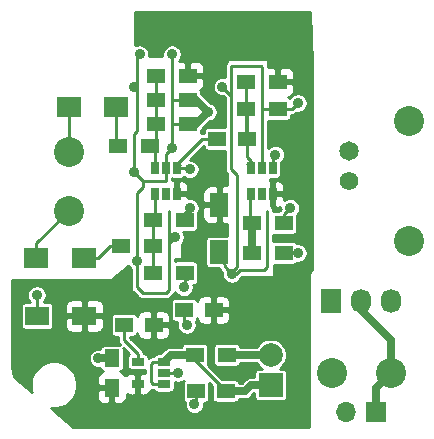
<source format=gtl>
G04 #@! TF.GenerationSoftware,KiCad,Pcbnew,(5.1.10)-1*
G04 #@! TF.CreationDate,2022-01-17T16:42:43-05:00*
G04 #@! TF.ProjectId,DiffProbe,44696666-5072-46f6-9265-2e6b69636164,X1*
G04 #@! TF.SameCoordinates,Original*
G04 #@! TF.FileFunction,Copper,L1,Top*
G04 #@! TF.FilePolarity,Positive*
%FSLAX46Y46*%
G04 Gerber Fmt 4.6, Leading zero omitted, Abs format (unit mm)*
G04 Created by KiCad (PCBNEW (5.1.10)-1) date 2022-01-17 16:42:43*
%MOMM*%
%LPD*%
G01*
G04 APERTURE LIST*
G04 #@! TA.AperFunction,SMDPad,CuDef*
%ADD10R,2.000000X1.700000*%
G04 #@! TD*
G04 #@! TA.AperFunction,SMDPad,CuDef*
%ADD11R,1.500000X1.250000*%
G04 #@! TD*
G04 #@! TA.AperFunction,SMDPad,CuDef*
%ADD12R,1.250000X1.500000*%
G04 #@! TD*
G04 #@! TA.AperFunction,SMDPad,CuDef*
%ADD13R,1.500000X1.300000*%
G04 #@! TD*
G04 #@! TA.AperFunction,ComponentPad*
%ADD14C,2.540000*%
G04 #@! TD*
G04 #@! TA.AperFunction,SMDPad,CuDef*
%ADD15R,0.650000X1.060000*%
G04 #@! TD*
G04 #@! TA.AperFunction,SMDPad,CuDef*
%ADD16R,1.060000X0.650000*%
G04 #@! TD*
G04 #@! TA.AperFunction,ComponentPad*
%ADD17R,2.000000X2.000000*%
G04 #@! TD*
G04 #@! TA.AperFunction,ComponentPad*
%ADD18C,2.000000*%
G04 #@! TD*
G04 #@! TA.AperFunction,ComponentPad*
%ADD19C,1.574800*%
G04 #@! TD*
G04 #@! TA.AperFunction,ComponentPad*
%ADD20C,1.651000*%
G04 #@! TD*
G04 #@! TA.AperFunction,ComponentPad*
%ADD21R,1.727200X2.032000*%
G04 #@! TD*
G04 #@! TA.AperFunction,ComponentPad*
%ADD22O,1.727200X2.032000*%
G04 #@! TD*
G04 #@! TA.AperFunction,SMDPad,CuDef*
%ADD23R,2.000000X1.600000*%
G04 #@! TD*
G04 #@! TA.AperFunction,SMDPad,CuDef*
%ADD24R,1.600000X2.000000*%
G04 #@! TD*
G04 #@! TA.AperFunction,ComponentPad*
%ADD25R,1.700000X1.700000*%
G04 #@! TD*
G04 #@! TA.AperFunction,ComponentPad*
%ADD26O,1.700000X1.700000*%
G04 #@! TD*
G04 #@! TA.AperFunction,ViaPad*
%ADD27C,0.889000*%
G04 #@! TD*
G04 #@! TA.AperFunction,Conductor*
%ADD28C,0.254000*%
G04 #@! TD*
G04 #@! TA.AperFunction,Conductor*
%ADD29C,0.635000*%
G04 #@! TD*
G04 #@! TA.AperFunction,Conductor*
%ADD30C,0.150000*%
G04 #@! TD*
G04 APERTURE END LIST*
D10*
X9250000Y-8500000D03*
X5250000Y-8500000D03*
X6500000Y-21250000D03*
X2500000Y-21250000D03*
D11*
X20300000Y-11176000D03*
X17800000Y-11176000D03*
D12*
X8890000Y-32238000D03*
X8890000Y-29738000D03*
D11*
X17506000Y-25654000D03*
X15006000Y-25654000D03*
X18522000Y-32512000D03*
X16022000Y-32512000D03*
X12426000Y-26924000D03*
X9926000Y-26924000D03*
D13*
X12100000Y-11750000D03*
X9400000Y-11750000D03*
X12350000Y-20250000D03*
X9650000Y-20250000D03*
X12620000Y-9906000D03*
X15320000Y-9906000D03*
X12620000Y-7874000D03*
X15320000Y-7874000D03*
X15100000Y-22500000D03*
X12400000Y-22500000D03*
X12400000Y-18000000D03*
X15100000Y-18000000D03*
X12620000Y-5842000D03*
X15320000Y-5842000D03*
X20240000Y-8636000D03*
X22940000Y-8636000D03*
X20240000Y-6350000D03*
X22940000Y-6350000D03*
X20748000Y-18288000D03*
X23448000Y-18288000D03*
X23448000Y-20828000D03*
X20748000Y-20828000D03*
X15922000Y-29464000D03*
X18622000Y-29464000D03*
D14*
X32512000Y-30988000D03*
X27512000Y-30988000D03*
X5240000Y-17242000D03*
X5240000Y-12242000D03*
D15*
X14412000Y-13632000D03*
X13462000Y-13632000D03*
X12512000Y-13632000D03*
X12512000Y-15832000D03*
X14412000Y-15832000D03*
X13462000Y-15832000D03*
X22540000Y-13632000D03*
X21590000Y-13632000D03*
X20640000Y-13632000D03*
X20640000Y-15832000D03*
X22540000Y-15832000D03*
X21590000Y-15832000D03*
D16*
X13292000Y-31938000D03*
X13292000Y-30988000D03*
X13292000Y-30038000D03*
X11092000Y-30038000D03*
X11092000Y-31938000D03*
D17*
X22352000Y-32004000D03*
D18*
X22352000Y-29464000D03*
D19*
X28956000Y-14732000D03*
D20*
X28956000Y-12192000D03*
D14*
X34036000Y-9652000D03*
X34036000Y-19812000D03*
D21*
X27432000Y-24892000D03*
D22*
X29972000Y-24892000D03*
X32512000Y-24892000D03*
D23*
X6572000Y-26162000D03*
X2572000Y-26162000D03*
D24*
X18000000Y-16750000D03*
X18000000Y-20750000D03*
D25*
X31242000Y-34290000D03*
D26*
X28702000Y-34290000D03*
D27*
X18250000Y-6750000D03*
X10750000Y-6750000D03*
X14250000Y-19500000D03*
X14000000Y-4000000D03*
X11250000Y-4000000D03*
X19050000Y-22606000D03*
X10750000Y-14000000D03*
X13970000Y-11938000D03*
X11000000Y-21500000D03*
X15000000Y-23750000D03*
X17018000Y-8890000D03*
X7750000Y-29750000D03*
X15240000Y-26924000D03*
X2540000Y-24384000D03*
X14478000Y-30988000D03*
X24638000Y-8128000D03*
X24638000Y-20828000D03*
X15875000Y-33655000D03*
X15500000Y-17000000D03*
X15500000Y-13750000D03*
X24000000Y-17000000D03*
X22750000Y-12500000D03*
D28*
X15320000Y-9906000D02*
X13970000Y-9906000D01*
X15320000Y-7874000D02*
X13970000Y-7874000D01*
X22940000Y-8636000D02*
X21590000Y-8636000D01*
X19000000Y-10000000D02*
X19000000Y-7500000D01*
X19000000Y-7500000D02*
X18250000Y-6750000D01*
X11000000Y-7500000D02*
X11000000Y-7000000D01*
X11000000Y-7000000D02*
X10750000Y-6750000D01*
X13750000Y-20000000D02*
X14250000Y-19500000D01*
X13750000Y-22750000D02*
X13750000Y-20000000D01*
X13970000Y-11938000D02*
X13970000Y-9906000D01*
X13970000Y-9906000D02*
X13970000Y-7874000D01*
X13970000Y-7874000D02*
X13970000Y-4030000D01*
X13970000Y-4030000D02*
X14000000Y-4000000D01*
X11000000Y-10500000D02*
X11000000Y-7500000D01*
X11000000Y-7500000D02*
X11000000Y-4250000D01*
X10750000Y-14000000D02*
X10750000Y-10750000D01*
X10750000Y-10750000D02*
X11000000Y-10500000D01*
X11000000Y-4250000D02*
X11250000Y-4000000D01*
X19050000Y-22606000D02*
X19394000Y-22606000D01*
X22000000Y-22000000D02*
X22000000Y-17250000D01*
X21750000Y-22250000D02*
X22000000Y-22000000D01*
X19750000Y-22250000D02*
X21750000Y-22250000D01*
X19394000Y-22606000D02*
X19750000Y-22250000D01*
X19050000Y-22606000D02*
X19050000Y-22450000D01*
X18542000Y-22098000D02*
X19050000Y-22606000D01*
X18000000Y-20750000D02*
X18542000Y-22098000D01*
X19500000Y-14250000D02*
X19000000Y-13750000D01*
X19500000Y-22000000D02*
X19500000Y-14250000D01*
X19050000Y-22450000D02*
X19500000Y-22000000D01*
X21590000Y-5090000D02*
X21500000Y-5000000D01*
X21590000Y-8636000D02*
X21590000Y-5090000D01*
X19000000Y-5000000D02*
X19000000Y-10000000D01*
X21500000Y-5000000D02*
X19000000Y-5000000D01*
X19000000Y-10000000D02*
X19000000Y-11250000D01*
X19000000Y-11250000D02*
X19000000Y-13750000D01*
X21590000Y-13632000D02*
X21590000Y-12700000D01*
X21590000Y-12700000D02*
X21590000Y-8636000D01*
X13462000Y-12446000D02*
X13970000Y-11938000D01*
X13462000Y-13632000D02*
X13462000Y-12446000D01*
X11000000Y-21500000D02*
X11000000Y-23750000D01*
X11500000Y-15250000D02*
X11000000Y-15750000D01*
X11000000Y-15750000D02*
X11000000Y-21500000D01*
X11500000Y-14750000D02*
X11500000Y-15250000D01*
X13750000Y-24000000D02*
X13750000Y-22750000D01*
X13750000Y-22750000D02*
X13750000Y-17250000D01*
X13500000Y-24250000D02*
X13750000Y-24000000D01*
X12750000Y-24250000D02*
X13500000Y-24250000D01*
X11500000Y-24250000D02*
X12750000Y-24250000D01*
X11000000Y-23750000D02*
X11500000Y-24250000D01*
X13462000Y-13632000D02*
X13462000Y-14712000D01*
X11500000Y-14750000D02*
X10750000Y-14000000D01*
X13424000Y-14750000D02*
X11500000Y-14750000D01*
X13462000Y-14712000D02*
X13424000Y-14750000D01*
X15100000Y-22500000D02*
X15100000Y-23650000D01*
X15100000Y-23650000D02*
X15000000Y-23750000D01*
X15320000Y-22930000D02*
X15250000Y-23000000D01*
D29*
X15320000Y-7874000D02*
X16002000Y-7874000D01*
X16002000Y-7874000D02*
X17018000Y-8890000D01*
X15320000Y-9906000D02*
X16002000Y-9906000D01*
X16002000Y-9906000D02*
X17018000Y-8890000D01*
X8890000Y-29738000D02*
X7762000Y-29738000D01*
X7762000Y-29738000D02*
X7750000Y-29750000D01*
D28*
X15006000Y-25654000D02*
X15006000Y-26690000D01*
X15006000Y-26690000D02*
X15240000Y-26924000D01*
X2572000Y-26162000D02*
X2572000Y-24416000D01*
X2572000Y-24416000D02*
X2540000Y-24384000D01*
X13292000Y-30988000D02*
X14478000Y-30988000D01*
X8890000Y-29738000D02*
X8890000Y-29718000D01*
X22940000Y-8636000D02*
X24130000Y-8636000D01*
X24130000Y-8636000D02*
X24638000Y-8128000D01*
X16002000Y-9906000D02*
X17018000Y-8890000D01*
X16002000Y-7874000D02*
X17018000Y-8890000D01*
X23448000Y-20828000D02*
X24638000Y-20828000D01*
X16022000Y-32512000D02*
X16022000Y-33508000D01*
X16022000Y-33508000D02*
X15875000Y-33655000D01*
X22540000Y-15832000D02*
X24918000Y-15832000D01*
X24918000Y-15832000D02*
X25000000Y-15750000D01*
X9250000Y-8500000D02*
X9250000Y-11600000D01*
X9250000Y-11600000D02*
X9400000Y-11750000D01*
X9650000Y-20250000D02*
X8750000Y-20250000D01*
X7750000Y-21250000D02*
X6500000Y-21250000D01*
X8750000Y-20250000D02*
X7750000Y-21250000D01*
D29*
X15922000Y-29464000D02*
X13866000Y-29464000D01*
X13866000Y-29464000D02*
X13292000Y-30038000D01*
X22352000Y-32004000D02*
X20701000Y-32004000D01*
X20701000Y-32004000D02*
X20193000Y-32512000D01*
X20193000Y-32512000D02*
X18522000Y-32512000D01*
D28*
X13866000Y-29464000D02*
X13292000Y-30038000D01*
X13292000Y-31938000D02*
X12380000Y-31938000D01*
X12380000Y-31938000D02*
X12192000Y-31750000D01*
X12192000Y-31750000D02*
X12192000Y-30226000D01*
X12192000Y-30226000D02*
X12380000Y-30038000D01*
X12380000Y-30038000D02*
X13292000Y-30038000D01*
X18522000Y-32512000D02*
X20193000Y-32512000D01*
X20193000Y-32512000D02*
X20701000Y-32004000D01*
X15922000Y-29464000D02*
X15922000Y-29912000D01*
X15922000Y-29912000D02*
X18522000Y-32512000D01*
X11092000Y-30038000D02*
X11092000Y-29380000D01*
X9926000Y-28214000D02*
X9926000Y-26924000D01*
X11092000Y-29380000D02*
X9926000Y-28214000D01*
D29*
X31242000Y-34290000D02*
X31242000Y-32258000D01*
X31242000Y-32258000D02*
X32512000Y-30988000D01*
X29972000Y-24892000D02*
X29972000Y-25654000D01*
X29972000Y-25654000D02*
X32512000Y-28194000D01*
X32512000Y-28194000D02*
X32512000Y-30988000D01*
D28*
X29972000Y-24892000D02*
X29972000Y-25908000D01*
X32512000Y-30988000D02*
X32512000Y-30734000D01*
D29*
X18622000Y-29464000D02*
X22352000Y-29464000D01*
D28*
X5240000Y-12242000D02*
X5240000Y-8510000D01*
X5240000Y-8510000D02*
X5250000Y-8500000D01*
X2500000Y-21250000D02*
X2500000Y-19982000D01*
X2500000Y-19982000D02*
X5240000Y-17242000D01*
X20240000Y-8636000D02*
X20240000Y-11116000D01*
X20240000Y-11116000D02*
X20300000Y-11176000D01*
X20640000Y-13632000D02*
X20640000Y-13020000D01*
X20300000Y-12680000D02*
X20300000Y-8696000D01*
X20640000Y-13020000D02*
X20300000Y-12680000D01*
X20300000Y-8696000D02*
X20240000Y-8636000D01*
X20240000Y-8636000D02*
X20240000Y-6350000D01*
X20320000Y-13312000D02*
X20640000Y-13632000D01*
X14412000Y-13632000D02*
X15382000Y-13632000D01*
X15500000Y-17000000D02*
X15100000Y-17400000D01*
X15382000Y-13632000D02*
X15500000Y-13750000D01*
X15100000Y-17400000D02*
X15100000Y-18000000D01*
X14412000Y-13632000D02*
X14412000Y-13274000D01*
X14412000Y-13274000D02*
X16510000Y-11176000D01*
X16510000Y-11176000D02*
X17800000Y-11176000D01*
X14412000Y-13632000D02*
X14662000Y-13382000D01*
X14412000Y-13632000D02*
X14478000Y-13566000D01*
X12512000Y-15832000D02*
X12512000Y-17888000D01*
X12512000Y-17888000D02*
X12400000Y-18000000D01*
X12350000Y-20250000D02*
X12350000Y-18050000D01*
X12350000Y-18050000D02*
X12400000Y-18000000D01*
X12400000Y-22500000D02*
X12400000Y-20300000D01*
X12400000Y-20300000D02*
X12350000Y-20250000D01*
D29*
X20748000Y-18288000D02*
X20748000Y-20828000D01*
D28*
X20748000Y-18288000D02*
X20574000Y-18114000D01*
X20574000Y-18114000D02*
X20574000Y-15898000D01*
X20574000Y-15898000D02*
X20640000Y-15832000D01*
X23448000Y-17552000D02*
X23448000Y-18288000D01*
X24000000Y-17000000D02*
X23448000Y-17552000D01*
X22540000Y-13632000D02*
X22540000Y-12710000D01*
X22540000Y-12710000D02*
X22750000Y-12500000D01*
X12620000Y-5842000D02*
X12620000Y-7874000D01*
X12620000Y-7874000D02*
X12620000Y-9906000D01*
X12620000Y-9906000D02*
X12620000Y-11230000D01*
X12620000Y-11230000D02*
X12100000Y-11750000D01*
X12512000Y-13632000D02*
X12512000Y-12162000D01*
X12512000Y-12162000D02*
X12100000Y-11750000D01*
X12700000Y-13444000D02*
X12512000Y-13632000D01*
X25873000Y-4753331D02*
X25873000Y-22197394D01*
X25660197Y-22410197D01*
X25644403Y-22429443D01*
X25632667Y-22451399D01*
X25625440Y-22475224D01*
X25623000Y-22500000D01*
X25623000Y-35569000D01*
X6017690Y-35569000D01*
X5644346Y-35538305D01*
X3766390Y-33973342D01*
X3804889Y-33981000D01*
X4195111Y-33981000D01*
X4577836Y-33904871D01*
X4938355Y-33755539D01*
X5262814Y-33538743D01*
X5538743Y-33262814D01*
X5722367Y-32988000D01*
X7626928Y-32988000D01*
X7639188Y-33112482D01*
X7675498Y-33232180D01*
X7734463Y-33342494D01*
X7813815Y-33439185D01*
X7910506Y-33518537D01*
X8020820Y-33577502D01*
X8140518Y-33613812D01*
X8265000Y-33626072D01*
X8604250Y-33623000D01*
X8763000Y-33464250D01*
X8763000Y-32365000D01*
X7788750Y-32365000D01*
X7630000Y-32523750D01*
X7626928Y-32988000D01*
X5722367Y-32988000D01*
X5755539Y-32938355D01*
X5904871Y-32577836D01*
X5981000Y-32195111D01*
X5981000Y-31804889D01*
X5904871Y-31422164D01*
X5755539Y-31061645D01*
X5538743Y-30737186D01*
X5262814Y-30461257D01*
X4938355Y-30244461D01*
X4577836Y-30095129D01*
X4195111Y-30019000D01*
X3804889Y-30019000D01*
X3422164Y-30095129D01*
X3061645Y-30244461D01*
X2737186Y-30461257D01*
X2461257Y-30737186D01*
X2244461Y-31061645D01*
X2095129Y-31422164D01*
X2019000Y-31804889D01*
X2019000Y-32195111D01*
X2095129Y-32577836D01*
X2096893Y-32582094D01*
X601851Y-31336226D01*
X455837Y-30516509D01*
X431000Y-29989833D01*
X431000Y-29668695D01*
X6924500Y-29668695D01*
X6924500Y-29831305D01*
X6956224Y-29990789D01*
X7018452Y-30141021D01*
X7108792Y-30276225D01*
X7223775Y-30391208D01*
X7358979Y-30481548D01*
X7509211Y-30543776D01*
X7668695Y-30575500D01*
X7831305Y-30575500D01*
X7889866Y-30563851D01*
X7911299Y-30634508D01*
X7946678Y-30700696D01*
X7994289Y-30758711D01*
X8052304Y-30806322D01*
X8118492Y-30841701D01*
X8174874Y-30858804D01*
X8140518Y-30862188D01*
X8020820Y-30898498D01*
X7910506Y-30957463D01*
X7813815Y-31036815D01*
X7734463Y-31133506D01*
X7675498Y-31243820D01*
X7639188Y-31363518D01*
X7626928Y-31488000D01*
X7630000Y-31952250D01*
X7788750Y-32111000D01*
X8763000Y-32111000D01*
X8763000Y-32091000D01*
X9017000Y-32091000D01*
X9017000Y-32111000D01*
X9037000Y-32111000D01*
X9037000Y-32365000D01*
X9017000Y-32365000D01*
X9017000Y-33464250D01*
X9175750Y-33623000D01*
X9515000Y-33626072D01*
X9639482Y-33613812D01*
X9759180Y-33577502D01*
X9869494Y-33518537D01*
X9966185Y-33439185D01*
X10045537Y-33342494D01*
X10104502Y-33232180D01*
X10140812Y-33112482D01*
X10153072Y-32988000D01*
X10151481Y-32747559D01*
X10207506Y-32793537D01*
X10317820Y-32852502D01*
X10437518Y-32888812D01*
X10562000Y-32901072D01*
X10806250Y-32898000D01*
X10965000Y-32739250D01*
X10965000Y-32065000D01*
X10945000Y-32065000D01*
X10945000Y-31811000D01*
X10965000Y-31811000D01*
X10965000Y-31136750D01*
X10806250Y-30978000D01*
X10562000Y-30974928D01*
X10437518Y-30987188D01*
X10317820Y-31023498D01*
X10207506Y-31082463D01*
X10110815Y-31161815D01*
X10080448Y-31198818D01*
X10045537Y-31133506D01*
X9966185Y-31036815D01*
X9869494Y-30957463D01*
X9759180Y-30898498D01*
X9639482Y-30862188D01*
X9605126Y-30858804D01*
X9661508Y-30841701D01*
X9727696Y-30806322D01*
X9785711Y-30758711D01*
X9833322Y-30700696D01*
X9868701Y-30634508D01*
X9890487Y-30562689D01*
X9897843Y-30488000D01*
X9897843Y-28988000D01*
X9890487Y-28913311D01*
X9883344Y-28889765D01*
X10374689Y-29381109D01*
X10349304Y-29394678D01*
X10291289Y-29442289D01*
X10243678Y-29500304D01*
X10208299Y-29566492D01*
X10186513Y-29638311D01*
X10179157Y-29713000D01*
X10179157Y-30363000D01*
X10186513Y-30437689D01*
X10208299Y-30509508D01*
X10243678Y-30575696D01*
X10291289Y-30633711D01*
X10349304Y-30681322D01*
X10415492Y-30716701D01*
X10487311Y-30738487D01*
X10562000Y-30745843D01*
X11622000Y-30745843D01*
X11684001Y-30739737D01*
X11684001Y-30981034D01*
X11622000Y-30974928D01*
X11377750Y-30978000D01*
X11219000Y-31136750D01*
X11219000Y-31811000D01*
X11239000Y-31811000D01*
X11239000Y-32065000D01*
X11219000Y-32065000D01*
X11219000Y-32739250D01*
X11377750Y-32898000D01*
X11622000Y-32901072D01*
X11746482Y-32888812D01*
X11866180Y-32852502D01*
X11976494Y-32793537D01*
X12073185Y-32714185D01*
X12152537Y-32617494D01*
X12211502Y-32507180D01*
X12236346Y-32425281D01*
X12280415Y-32438649D01*
X12355053Y-32446000D01*
X12355055Y-32446000D01*
X12379999Y-32448457D01*
X12404943Y-32446000D01*
X12427805Y-32446000D01*
X12443678Y-32475696D01*
X12491289Y-32533711D01*
X12549304Y-32581322D01*
X12615492Y-32616701D01*
X12687311Y-32638487D01*
X12762000Y-32645843D01*
X13822000Y-32645843D01*
X13896689Y-32638487D01*
X13968508Y-32616701D01*
X14034696Y-32581322D01*
X14092711Y-32533711D01*
X14140322Y-32475696D01*
X14175701Y-32409508D01*
X14197487Y-32337689D01*
X14204843Y-32263000D01*
X14204843Y-31768369D01*
X14237211Y-31781776D01*
X14396695Y-31813500D01*
X14559305Y-31813500D01*
X14718789Y-31781776D01*
X14869021Y-31719548D01*
X14974250Y-31649237D01*
X14953678Y-31674304D01*
X14918299Y-31740492D01*
X14896513Y-31812311D01*
X14889157Y-31887000D01*
X14889157Y-33137000D01*
X14896513Y-33211689D01*
X14918299Y-33283508D01*
X14953678Y-33349696D01*
X15001289Y-33407711D01*
X15059304Y-33455322D01*
X15071726Y-33461962D01*
X15049500Y-33573695D01*
X15049500Y-33736305D01*
X15081224Y-33895789D01*
X15143452Y-34046021D01*
X15233792Y-34181225D01*
X15348775Y-34296208D01*
X15483979Y-34386548D01*
X15634211Y-34448776D01*
X15793695Y-34480500D01*
X15956305Y-34480500D01*
X16115789Y-34448776D01*
X16266021Y-34386548D01*
X16401225Y-34296208D01*
X16516208Y-34181225D01*
X16606548Y-34046021D01*
X16668776Y-33895789D01*
X16700500Y-33736305D01*
X16700500Y-33573695D01*
X16689788Y-33519843D01*
X16772000Y-33519843D01*
X16846689Y-33512487D01*
X16918508Y-33490701D01*
X16984696Y-33455322D01*
X17042711Y-33407711D01*
X17090322Y-33349696D01*
X17125701Y-33283508D01*
X17147487Y-33211689D01*
X17154843Y-33137000D01*
X17154843Y-31887000D01*
X17152250Y-31860670D01*
X17389157Y-32097578D01*
X17389157Y-33137000D01*
X17396513Y-33211689D01*
X17418299Y-33283508D01*
X17453678Y-33349696D01*
X17501289Y-33407711D01*
X17559304Y-33455322D01*
X17625492Y-33490701D01*
X17697311Y-33512487D01*
X17772000Y-33519843D01*
X19272000Y-33519843D01*
X19346689Y-33512487D01*
X19418508Y-33490701D01*
X19484696Y-33455322D01*
X19542711Y-33407711D01*
X19590322Y-33349696D01*
X19625701Y-33283508D01*
X19647487Y-33211689D01*
X19647604Y-33210500D01*
X20158702Y-33210500D01*
X20193000Y-33213878D01*
X20227298Y-33210500D01*
X20227309Y-33210500D01*
X20329930Y-33200393D01*
X20461597Y-33160452D01*
X20582943Y-33095591D01*
X20689303Y-33008303D01*
X20711175Y-32981652D01*
X20969157Y-32723671D01*
X20969157Y-33004000D01*
X20976513Y-33078689D01*
X20998299Y-33150508D01*
X21033678Y-33216696D01*
X21081289Y-33274711D01*
X21139304Y-33322322D01*
X21205492Y-33357701D01*
X21277311Y-33379487D01*
X21352000Y-33386843D01*
X23352000Y-33386843D01*
X23426689Y-33379487D01*
X23498508Y-33357701D01*
X23564696Y-33322322D01*
X23622711Y-33274711D01*
X23670322Y-33216696D01*
X23705701Y-33150508D01*
X23727487Y-33078689D01*
X23734843Y-33004000D01*
X23734843Y-31004000D01*
X23727487Y-30929311D01*
X23705701Y-30857492D01*
X23670322Y-30791304D01*
X23622711Y-30733289D01*
X23564696Y-30685678D01*
X23498508Y-30650299D01*
X23426689Y-30628513D01*
X23352000Y-30621157D01*
X23105926Y-30621157D01*
X23232336Y-30536693D01*
X23424693Y-30344336D01*
X23575826Y-30118149D01*
X23679929Y-29866823D01*
X23733000Y-29600017D01*
X23733000Y-29327983D01*
X23679929Y-29061177D01*
X23575826Y-28809851D01*
X23424693Y-28583664D01*
X23232336Y-28391307D01*
X23006149Y-28240174D01*
X22754823Y-28136071D01*
X22488017Y-28083000D01*
X22215983Y-28083000D01*
X21949177Y-28136071D01*
X21697851Y-28240174D01*
X21471664Y-28391307D01*
X21279307Y-28583664D01*
X21157808Y-28765500D01*
X19750066Y-28765500D01*
X19747487Y-28739311D01*
X19725701Y-28667492D01*
X19690322Y-28601304D01*
X19642711Y-28543289D01*
X19584696Y-28495678D01*
X19518508Y-28460299D01*
X19446689Y-28438513D01*
X19372000Y-28431157D01*
X17872000Y-28431157D01*
X17797311Y-28438513D01*
X17725492Y-28460299D01*
X17659304Y-28495678D01*
X17601289Y-28543289D01*
X17553678Y-28601304D01*
X17518299Y-28667492D01*
X17496513Y-28739311D01*
X17489157Y-28814000D01*
X17489157Y-30114000D01*
X17496513Y-30188689D01*
X17518299Y-30260508D01*
X17553678Y-30326696D01*
X17601289Y-30384711D01*
X17659304Y-30432322D01*
X17725492Y-30467701D01*
X17797311Y-30489487D01*
X17872000Y-30496843D01*
X19372000Y-30496843D01*
X19446689Y-30489487D01*
X19518508Y-30467701D01*
X19584696Y-30432322D01*
X19642711Y-30384711D01*
X19690322Y-30326696D01*
X19725701Y-30260508D01*
X19747487Y-30188689D01*
X19750066Y-30162500D01*
X21157808Y-30162500D01*
X21279307Y-30344336D01*
X21471664Y-30536693D01*
X21598074Y-30621157D01*
X21352000Y-30621157D01*
X21277311Y-30628513D01*
X21205492Y-30650299D01*
X21139304Y-30685678D01*
X21081289Y-30733289D01*
X21033678Y-30791304D01*
X20998299Y-30857492D01*
X20976513Y-30929311D01*
X20969157Y-31004000D01*
X20969157Y-31305500D01*
X20735297Y-31305500D01*
X20700999Y-31302122D01*
X20666701Y-31305500D01*
X20666691Y-31305500D01*
X20564070Y-31315607D01*
X20432403Y-31355548D01*
X20432401Y-31355549D01*
X20311056Y-31420409D01*
X20231345Y-31485827D01*
X20204697Y-31507697D01*
X20182829Y-31534343D01*
X19903673Y-31813500D01*
X19647604Y-31813500D01*
X19647487Y-31812311D01*
X19625701Y-31740492D01*
X19590322Y-31674304D01*
X19542711Y-31616289D01*
X19484696Y-31568678D01*
X19418508Y-31533299D01*
X19346689Y-31511513D01*
X19272000Y-31504157D01*
X18232578Y-31504157D01*
X17012892Y-30284472D01*
X17025701Y-30260508D01*
X17047487Y-30188689D01*
X17054843Y-30114000D01*
X17054843Y-28814000D01*
X17047487Y-28739311D01*
X17025701Y-28667492D01*
X16990322Y-28601304D01*
X16942711Y-28543289D01*
X16884696Y-28495678D01*
X16818508Y-28460299D01*
X16746689Y-28438513D01*
X16672000Y-28431157D01*
X15172000Y-28431157D01*
X15097311Y-28438513D01*
X15025492Y-28460299D01*
X14959304Y-28495678D01*
X14901289Y-28543289D01*
X14853678Y-28601304D01*
X14818299Y-28667492D01*
X14796513Y-28739311D01*
X14793934Y-28765500D01*
X13900298Y-28765500D01*
X13866000Y-28762122D01*
X13831702Y-28765500D01*
X13831691Y-28765500D01*
X13729070Y-28775607D01*
X13597403Y-28815548D01*
X13496386Y-28869543D01*
X13476057Y-28880409D01*
X13396346Y-28945826D01*
X13396343Y-28945829D01*
X13369697Y-28967697D01*
X13347829Y-28994343D01*
X13012016Y-29330157D01*
X12762000Y-29330157D01*
X12687311Y-29337513D01*
X12615492Y-29359299D01*
X12549304Y-29394678D01*
X12491289Y-29442289D01*
X12443678Y-29500304D01*
X12427805Y-29530000D01*
X12404943Y-29530000D01*
X12379999Y-29527543D01*
X12355055Y-29530000D01*
X12355053Y-29530000D01*
X12280415Y-29537351D01*
X12184657Y-29566399D01*
X12096405Y-29613571D01*
X12019052Y-29677052D01*
X12003204Y-29696363D01*
X11997487Y-29638311D01*
X11975701Y-29566492D01*
X11940322Y-29500304D01*
X11892711Y-29442289D01*
X11834696Y-29394678D01*
X11768508Y-29359299D01*
X11696689Y-29337513D01*
X11622000Y-29330157D01*
X11597548Y-29330157D01*
X11592649Y-29280415D01*
X11563601Y-29184657D01*
X11523050Y-29108792D01*
X11516429Y-29096404D01*
X11468850Y-29038429D01*
X11452948Y-29019052D01*
X11433571Y-29003150D01*
X10434000Y-28003580D01*
X10434000Y-27931843D01*
X10676000Y-27931843D01*
X10750689Y-27924487D01*
X10822508Y-27902701D01*
X10888696Y-27867322D01*
X10946711Y-27819711D01*
X10994322Y-27761696D01*
X11029701Y-27695508D01*
X11046804Y-27639126D01*
X11050188Y-27673482D01*
X11086498Y-27793180D01*
X11145463Y-27903494D01*
X11224815Y-28000185D01*
X11321506Y-28079537D01*
X11431820Y-28138502D01*
X11551518Y-28174812D01*
X11676000Y-28187072D01*
X12140250Y-28184000D01*
X12299000Y-28025250D01*
X12299000Y-27051000D01*
X12553000Y-27051000D01*
X12553000Y-28025250D01*
X12711750Y-28184000D01*
X13176000Y-28187072D01*
X13300482Y-28174812D01*
X13420180Y-28138502D01*
X13530494Y-28079537D01*
X13627185Y-28000185D01*
X13706537Y-27903494D01*
X13765502Y-27793180D01*
X13801812Y-27673482D01*
X13814072Y-27549000D01*
X13811000Y-27209750D01*
X13652250Y-27051000D01*
X12553000Y-27051000D01*
X12299000Y-27051000D01*
X12279000Y-27051000D01*
X12279000Y-26797000D01*
X12299000Y-26797000D01*
X12299000Y-25822750D01*
X12553000Y-25822750D01*
X12553000Y-26797000D01*
X13652250Y-26797000D01*
X13811000Y-26638250D01*
X13814072Y-26299000D01*
X13801812Y-26174518D01*
X13765502Y-26054820D01*
X13706537Y-25944506D01*
X13627185Y-25847815D01*
X13530494Y-25768463D01*
X13420180Y-25709498D01*
X13300482Y-25673188D01*
X13176000Y-25660928D01*
X12711750Y-25664000D01*
X12553000Y-25822750D01*
X12299000Y-25822750D01*
X12140250Y-25664000D01*
X11676000Y-25660928D01*
X11551518Y-25673188D01*
X11431820Y-25709498D01*
X11321506Y-25768463D01*
X11224815Y-25847815D01*
X11145463Y-25944506D01*
X11086498Y-26054820D01*
X11050188Y-26174518D01*
X11046804Y-26208874D01*
X11029701Y-26152492D01*
X10994322Y-26086304D01*
X10946711Y-26028289D01*
X10888696Y-25980678D01*
X10822508Y-25945299D01*
X10750689Y-25923513D01*
X10676000Y-25916157D01*
X9176000Y-25916157D01*
X9101311Y-25923513D01*
X9029492Y-25945299D01*
X8963304Y-25980678D01*
X8905289Y-26028289D01*
X8857678Y-26086304D01*
X8822299Y-26152492D01*
X8800513Y-26224311D01*
X8793157Y-26299000D01*
X8793157Y-27549000D01*
X8800513Y-27623689D01*
X8822299Y-27695508D01*
X8857678Y-27761696D01*
X8905289Y-27819711D01*
X8963304Y-27867322D01*
X9029492Y-27902701D01*
X9101311Y-27924487D01*
X9176000Y-27931843D01*
X9418000Y-27931843D01*
X9418000Y-28189055D01*
X9415543Y-28214000D01*
X9418000Y-28238944D01*
X9418000Y-28238946D01*
X9425351Y-28313584D01*
X9454399Y-28409342D01*
X9501571Y-28497595D01*
X9565052Y-28574948D01*
X9584435Y-28590855D01*
X9613236Y-28619656D01*
X9589689Y-28612513D01*
X9515000Y-28605157D01*
X8265000Y-28605157D01*
X8190311Y-28612513D01*
X8118492Y-28634299D01*
X8052304Y-28669678D01*
X7994289Y-28717289D01*
X7946678Y-28775304D01*
X7911299Y-28841492D01*
X7889513Y-28913311D01*
X7887314Y-28935641D01*
X7831305Y-28924500D01*
X7668695Y-28924500D01*
X7509211Y-28956224D01*
X7358979Y-29018452D01*
X7223775Y-29108792D01*
X7108792Y-29223775D01*
X7018452Y-29358979D01*
X6956224Y-29509211D01*
X6924500Y-29668695D01*
X431000Y-29668695D01*
X431000Y-25362000D01*
X1189157Y-25362000D01*
X1189157Y-26962000D01*
X1196513Y-27036689D01*
X1218299Y-27108508D01*
X1253678Y-27174696D01*
X1301289Y-27232711D01*
X1359304Y-27280322D01*
X1425492Y-27315701D01*
X1497311Y-27337487D01*
X1572000Y-27344843D01*
X3572000Y-27344843D01*
X3646689Y-27337487D01*
X3718508Y-27315701D01*
X3784696Y-27280322D01*
X3842711Y-27232711D01*
X3890322Y-27174696D01*
X3925701Y-27108508D01*
X3947487Y-27036689D01*
X3954843Y-26962000D01*
X4933928Y-26962000D01*
X4946188Y-27086482D01*
X4982498Y-27206180D01*
X5041463Y-27316494D01*
X5120815Y-27413185D01*
X5217506Y-27492537D01*
X5327820Y-27551502D01*
X5447518Y-27587812D01*
X5572000Y-27600072D01*
X6286250Y-27597000D01*
X6445000Y-27438250D01*
X6445000Y-26289000D01*
X6699000Y-26289000D01*
X6699000Y-27438250D01*
X6857750Y-27597000D01*
X7572000Y-27600072D01*
X7696482Y-27587812D01*
X7816180Y-27551502D01*
X7926494Y-27492537D01*
X8023185Y-27413185D01*
X8102537Y-27316494D01*
X8161502Y-27206180D01*
X8197812Y-27086482D01*
X8210072Y-26962000D01*
X8207000Y-26447750D01*
X8048250Y-26289000D01*
X6699000Y-26289000D01*
X6445000Y-26289000D01*
X5095750Y-26289000D01*
X4937000Y-26447750D01*
X4933928Y-26962000D01*
X3954843Y-26962000D01*
X3954843Y-25362000D01*
X4933928Y-25362000D01*
X4937000Y-25876250D01*
X5095750Y-26035000D01*
X6445000Y-26035000D01*
X6445000Y-24885750D01*
X6699000Y-24885750D01*
X6699000Y-26035000D01*
X8048250Y-26035000D01*
X8207000Y-25876250D01*
X8210072Y-25362000D01*
X8197812Y-25237518D01*
X8161502Y-25117820D01*
X8114026Y-25029000D01*
X13873157Y-25029000D01*
X13873157Y-26279000D01*
X13880513Y-26353689D01*
X13902299Y-26425508D01*
X13937678Y-26491696D01*
X13985289Y-26549711D01*
X14043304Y-26597322D01*
X14109492Y-26632701D01*
X14181311Y-26654487D01*
X14256000Y-26661843D01*
X14455075Y-26661843D01*
X14446224Y-26683211D01*
X14414500Y-26842695D01*
X14414500Y-27005305D01*
X14446224Y-27164789D01*
X14508452Y-27315021D01*
X14598792Y-27450225D01*
X14713775Y-27565208D01*
X14848979Y-27655548D01*
X14999211Y-27717776D01*
X15158695Y-27749500D01*
X15321305Y-27749500D01*
X15480789Y-27717776D01*
X15631021Y-27655548D01*
X15766225Y-27565208D01*
X15881208Y-27450225D01*
X15971548Y-27315021D01*
X16033776Y-27164789D01*
X16065500Y-27005305D01*
X16065500Y-26842695D01*
X16033776Y-26683211D01*
X15990715Y-26579252D01*
X16026711Y-26549711D01*
X16074322Y-26491696D01*
X16109701Y-26425508D01*
X16126804Y-26369126D01*
X16130188Y-26403482D01*
X16166498Y-26523180D01*
X16225463Y-26633494D01*
X16304815Y-26730185D01*
X16401506Y-26809537D01*
X16511820Y-26868502D01*
X16631518Y-26904812D01*
X16756000Y-26917072D01*
X17220250Y-26914000D01*
X17379000Y-26755250D01*
X17379000Y-25781000D01*
X17633000Y-25781000D01*
X17633000Y-26755250D01*
X17791750Y-26914000D01*
X18256000Y-26917072D01*
X18380482Y-26904812D01*
X18500180Y-26868502D01*
X18610494Y-26809537D01*
X18707185Y-26730185D01*
X18786537Y-26633494D01*
X18845502Y-26523180D01*
X18881812Y-26403482D01*
X18894072Y-26279000D01*
X18891000Y-25939750D01*
X18732250Y-25781000D01*
X17633000Y-25781000D01*
X17379000Y-25781000D01*
X17359000Y-25781000D01*
X17359000Y-25527000D01*
X17379000Y-25527000D01*
X17379000Y-24552750D01*
X17633000Y-24552750D01*
X17633000Y-25527000D01*
X18732250Y-25527000D01*
X18891000Y-25368250D01*
X18894072Y-25029000D01*
X18881812Y-24904518D01*
X18845502Y-24784820D01*
X18786537Y-24674506D01*
X18707185Y-24577815D01*
X18610494Y-24498463D01*
X18500180Y-24439498D01*
X18380482Y-24403188D01*
X18256000Y-24390928D01*
X17791750Y-24394000D01*
X17633000Y-24552750D01*
X17379000Y-24552750D01*
X17220250Y-24394000D01*
X16756000Y-24390928D01*
X16631518Y-24403188D01*
X16511820Y-24439498D01*
X16401506Y-24498463D01*
X16304815Y-24577815D01*
X16225463Y-24674506D01*
X16166498Y-24784820D01*
X16130188Y-24904518D01*
X16126804Y-24938874D01*
X16109701Y-24882492D01*
X16074322Y-24816304D01*
X16026711Y-24758289D01*
X15968696Y-24710678D01*
X15902508Y-24675299D01*
X15830689Y-24653513D01*
X15756000Y-24646157D01*
X14256000Y-24646157D01*
X14181311Y-24653513D01*
X14109492Y-24675299D01*
X14043304Y-24710678D01*
X13985289Y-24758289D01*
X13937678Y-24816304D01*
X13902299Y-24882492D01*
X13880513Y-24954311D01*
X13873157Y-25029000D01*
X8114026Y-25029000D01*
X8102537Y-25007506D01*
X8023185Y-24910815D01*
X7926494Y-24831463D01*
X7816180Y-24772498D01*
X7696482Y-24736188D01*
X7572000Y-24723928D01*
X6857750Y-24727000D01*
X6699000Y-24885750D01*
X6445000Y-24885750D01*
X6286250Y-24727000D01*
X5572000Y-24723928D01*
X5447518Y-24736188D01*
X5327820Y-24772498D01*
X5217506Y-24831463D01*
X5120815Y-24910815D01*
X5041463Y-25007506D01*
X4982498Y-25117820D01*
X4946188Y-25237518D01*
X4933928Y-25362000D01*
X3954843Y-25362000D01*
X3947487Y-25287311D01*
X3925701Y-25215492D01*
X3890322Y-25149304D01*
X3842711Y-25091289D01*
X3784696Y-25043678D01*
X3718508Y-25008299D01*
X3646689Y-24986513D01*
X3572000Y-24979157D01*
X3112276Y-24979157D01*
X3181208Y-24910225D01*
X3271548Y-24775021D01*
X3333776Y-24624789D01*
X3365500Y-24465305D01*
X3365500Y-24302695D01*
X3333776Y-24143211D01*
X3271548Y-23992979D01*
X3181208Y-23857775D01*
X3066225Y-23742792D01*
X2931021Y-23652452D01*
X2780789Y-23590224D01*
X2621305Y-23558500D01*
X2458695Y-23558500D01*
X2299211Y-23590224D01*
X2148979Y-23652452D01*
X2013775Y-23742792D01*
X1898792Y-23857775D01*
X1808452Y-23992979D01*
X1746224Y-24143211D01*
X1714500Y-24302695D01*
X1714500Y-24465305D01*
X1746224Y-24624789D01*
X1808452Y-24775021D01*
X1898792Y-24910225D01*
X1967724Y-24979157D01*
X1572000Y-24979157D01*
X1497311Y-24986513D01*
X1425492Y-25008299D01*
X1359304Y-25043678D01*
X1301289Y-25091289D01*
X1253678Y-25149304D01*
X1218299Y-25215492D01*
X1196513Y-25287311D01*
X1189157Y-25362000D01*
X431000Y-25362000D01*
X431000Y-23127000D01*
X8750000Y-23127000D01*
X8783672Y-23122455D01*
X8806915Y-23113533D01*
X8827970Y-23100248D01*
X10307518Y-21949488D01*
X10358792Y-22026225D01*
X10473775Y-22141208D01*
X10492000Y-22153386D01*
X10492001Y-23725046D01*
X10489543Y-23750000D01*
X10494927Y-23804657D01*
X10499352Y-23849585D01*
X10516327Y-23905543D01*
X10528400Y-23945343D01*
X10575571Y-24033595D01*
X10623150Y-24091570D01*
X10639053Y-24110948D01*
X10658430Y-24126850D01*
X11123145Y-24591565D01*
X11139052Y-24610948D01*
X11216405Y-24674429D01*
X11304657Y-24721601D01*
X11400415Y-24750649D01*
X11475053Y-24758000D01*
X11475056Y-24758000D01*
X11500000Y-24760457D01*
X11524944Y-24758000D01*
X13475056Y-24758000D01*
X13500000Y-24760457D01*
X13524944Y-24758000D01*
X13524947Y-24758000D01*
X13599585Y-24750649D01*
X13695343Y-24721601D01*
X13783595Y-24674429D01*
X13860948Y-24610948D01*
X13876855Y-24591565D01*
X14091565Y-24376855D01*
X14110948Y-24360948D01*
X14174429Y-24283595D01*
X14221601Y-24195343D01*
X14250649Y-24099585D01*
X14250772Y-24098337D01*
X14268452Y-24141021D01*
X14358792Y-24276225D01*
X14473775Y-24391208D01*
X14608979Y-24481548D01*
X14759211Y-24543776D01*
X14918695Y-24575500D01*
X15081305Y-24575500D01*
X15240789Y-24543776D01*
X15391021Y-24481548D01*
X15526225Y-24391208D01*
X15641208Y-24276225D01*
X15731548Y-24141021D01*
X15793776Y-23990789D01*
X15825500Y-23831305D01*
X15825500Y-23668695D01*
X15798477Y-23532843D01*
X15850000Y-23532843D01*
X15924689Y-23525487D01*
X15996508Y-23503701D01*
X16062696Y-23468322D01*
X16120711Y-23420711D01*
X16168322Y-23362696D01*
X16203701Y-23296508D01*
X16225487Y-23224689D01*
X16232843Y-23150000D01*
X16232843Y-21850000D01*
X16225487Y-21775311D01*
X16203701Y-21703492D01*
X16168322Y-21637304D01*
X16120711Y-21579289D01*
X16062696Y-21531678D01*
X15996508Y-21496299D01*
X15924689Y-21474513D01*
X15850000Y-21467157D01*
X14350000Y-21467157D01*
X14275311Y-21474513D01*
X14258000Y-21479764D01*
X14258000Y-21377000D01*
X14750000Y-21377000D01*
X14774776Y-21374560D01*
X14798601Y-21367333D01*
X14820557Y-21355597D01*
X14839803Y-21339803D01*
X14855597Y-21320557D01*
X14867333Y-21298601D01*
X14874560Y-21274776D01*
X14877000Y-21250000D01*
X14877000Y-20040433D01*
X14891208Y-20026225D01*
X14981548Y-19891021D01*
X15043776Y-19740789D01*
X15075500Y-19581305D01*
X15075500Y-19418695D01*
X15043776Y-19259211D01*
X14981548Y-19108979D01*
X14930676Y-19032843D01*
X15850000Y-19032843D01*
X15924689Y-19025487D01*
X15996508Y-19003701D01*
X16062696Y-18968322D01*
X16120711Y-18920711D01*
X16168322Y-18862696D01*
X16203701Y-18796508D01*
X16225487Y-18724689D01*
X16232843Y-18650000D01*
X16232843Y-17750000D01*
X16561928Y-17750000D01*
X16574188Y-17874482D01*
X16610498Y-17994180D01*
X16669463Y-18104494D01*
X16748815Y-18201185D01*
X16845506Y-18280537D01*
X16955820Y-18339502D01*
X17075518Y-18375812D01*
X17200000Y-18388072D01*
X17714250Y-18385000D01*
X17873000Y-18226250D01*
X17873000Y-16877000D01*
X16723750Y-16877000D01*
X16565000Y-17035750D01*
X16561928Y-17750000D01*
X16232843Y-17750000D01*
X16232843Y-17387895D01*
X16293776Y-17240789D01*
X16325500Y-17081305D01*
X16325500Y-16918695D01*
X16293776Y-16759211D01*
X16231548Y-16608979D01*
X16141208Y-16473775D01*
X16026225Y-16358792D01*
X15891021Y-16268452D01*
X15740789Y-16206224D01*
X15581305Y-16174500D01*
X15418695Y-16174500D01*
X15372829Y-16183624D01*
X15372000Y-16117750D01*
X15213250Y-15959000D01*
X14539000Y-15959000D01*
X14539000Y-15979000D01*
X14285000Y-15979000D01*
X14285000Y-15959000D01*
X14265000Y-15959000D01*
X14265000Y-15750000D01*
X16561928Y-15750000D01*
X16565000Y-16464250D01*
X16723750Y-16623000D01*
X17873000Y-16623000D01*
X17873000Y-15273750D01*
X17714250Y-15115000D01*
X17200000Y-15111928D01*
X17075518Y-15124188D01*
X16955820Y-15160498D01*
X16845506Y-15219463D01*
X16748815Y-15298815D01*
X16669463Y-15395506D01*
X16610498Y-15505820D01*
X16574188Y-15625518D01*
X16561928Y-15750000D01*
X14265000Y-15750000D01*
X14265000Y-15705000D01*
X14285000Y-15705000D01*
X14285000Y-14825750D01*
X14539000Y-14825750D01*
X14539000Y-15705000D01*
X15213250Y-15705000D01*
X15372000Y-15546250D01*
X15375072Y-15302000D01*
X15362812Y-15177518D01*
X15326502Y-15057820D01*
X15267537Y-14947506D01*
X15188185Y-14850815D01*
X15091494Y-14771463D01*
X14981180Y-14712498D01*
X14861482Y-14676188D01*
X14737000Y-14663928D01*
X14697750Y-14667000D01*
X14539000Y-14825750D01*
X14285000Y-14825750D01*
X14126250Y-14667000D01*
X14087000Y-14663928D01*
X13970000Y-14675451D01*
X13970000Y-14524652D01*
X14012311Y-14537487D01*
X14087000Y-14544843D01*
X14737000Y-14544843D01*
X14811689Y-14537487D01*
X14883508Y-14515701D01*
X14949696Y-14480322D01*
X15007711Y-14432711D01*
X15017690Y-14420551D01*
X15108979Y-14481548D01*
X15259211Y-14543776D01*
X15418695Y-14575500D01*
X15581305Y-14575500D01*
X15740789Y-14543776D01*
X15891021Y-14481548D01*
X16026225Y-14391208D01*
X16141208Y-14276225D01*
X16231548Y-14141021D01*
X16293776Y-13990789D01*
X16325500Y-13831305D01*
X16325500Y-13668695D01*
X16293776Y-13509211D01*
X16231548Y-13358979D01*
X16141208Y-13223775D01*
X16026225Y-13108792D01*
X15891021Y-13018452D01*
X15740789Y-12956224D01*
X15581305Y-12924500D01*
X15479920Y-12924500D01*
X16667157Y-11737264D01*
X16667157Y-11801000D01*
X16674513Y-11875689D01*
X16696299Y-11947508D01*
X16731678Y-12013696D01*
X16779289Y-12071711D01*
X16837304Y-12119322D01*
X16903492Y-12154701D01*
X16975311Y-12176487D01*
X17050000Y-12183843D01*
X18492000Y-12183843D01*
X18492001Y-13725046D01*
X18489543Y-13750000D01*
X18493047Y-13785570D01*
X18499352Y-13849585D01*
X18516942Y-13907570D01*
X18528400Y-13945343D01*
X18575571Y-14033595D01*
X18614726Y-14081305D01*
X18623000Y-14091387D01*
X18623000Y-15112985D01*
X18285750Y-15115000D01*
X18127000Y-15273750D01*
X18127000Y-16623000D01*
X18147000Y-16623000D01*
X18147000Y-16877000D01*
X18127000Y-16877000D01*
X18127000Y-18226250D01*
X18285750Y-18385000D01*
X18623000Y-18387015D01*
X18623000Y-19367157D01*
X17200000Y-19367157D01*
X17125311Y-19374513D01*
X17053492Y-19396299D01*
X16987304Y-19431678D01*
X16929289Y-19479289D01*
X16881678Y-19537304D01*
X16846299Y-19603492D01*
X16824513Y-19675311D01*
X16817157Y-19750000D01*
X16817157Y-21750000D01*
X16824513Y-21824689D01*
X16846299Y-21896508D01*
X16881678Y-21962696D01*
X16929289Y-22020711D01*
X16987304Y-22068322D01*
X17053492Y-22103701D01*
X17125311Y-22125487D01*
X17200000Y-22132843D01*
X18008484Y-22132843D01*
X18062360Y-22266838D01*
X18070400Y-22293343D01*
X18092678Y-22335022D01*
X18114642Y-22377164D01*
X18116317Y-22379249D01*
X18117571Y-22381595D01*
X18147570Y-22418148D01*
X18177316Y-22455173D01*
X18198562Y-22472982D01*
X18228776Y-22503197D01*
X18224500Y-22524695D01*
X18224500Y-22687305D01*
X18256224Y-22846789D01*
X18318452Y-22997021D01*
X18408792Y-23132225D01*
X18523775Y-23247208D01*
X18658979Y-23337548D01*
X18809211Y-23399776D01*
X18968695Y-23431500D01*
X19131305Y-23431500D01*
X19290789Y-23399776D01*
X19441021Y-23337548D01*
X19576225Y-23247208D01*
X19691208Y-23132225D01*
X19781548Y-22997021D01*
X19824079Y-22894341D01*
X19841420Y-22877000D01*
X22500000Y-22877000D01*
X22530407Y-22873306D01*
X22553878Y-22865005D01*
X22575280Y-22852284D01*
X22593788Y-22835632D01*
X22608692Y-22815690D01*
X22619419Y-22793223D01*
X22625556Y-22769095D01*
X22626869Y-22744233D01*
X22585864Y-21842128D01*
X22623311Y-21853487D01*
X22698000Y-21860843D01*
X24198000Y-21860843D01*
X24272689Y-21853487D01*
X24344508Y-21831701D01*
X24410696Y-21796322D01*
X24468711Y-21748711D01*
X24516322Y-21690696D01*
X24538173Y-21649816D01*
X24556695Y-21653500D01*
X24719305Y-21653500D01*
X24878789Y-21621776D01*
X25029021Y-21559548D01*
X25164225Y-21469208D01*
X25279208Y-21354225D01*
X25369548Y-21219021D01*
X25431776Y-21068789D01*
X25463500Y-20909305D01*
X25463500Y-20746695D01*
X25431776Y-20587211D01*
X25369548Y-20436979D01*
X25279208Y-20301775D01*
X25164225Y-20186792D01*
X25029021Y-20096452D01*
X24878789Y-20034224D01*
X24719305Y-20002500D01*
X24556695Y-20002500D01*
X24538173Y-20006184D01*
X24516322Y-19965304D01*
X24468711Y-19907289D01*
X24410696Y-19859678D01*
X24344508Y-19824299D01*
X24272689Y-19802513D01*
X24198000Y-19795157D01*
X22698000Y-19795157D01*
X22623311Y-19802513D01*
X22551492Y-19824299D01*
X22508000Y-19847546D01*
X22508000Y-19268454D01*
X22551492Y-19291701D01*
X22623311Y-19313487D01*
X22698000Y-19320843D01*
X24198000Y-19320843D01*
X24272689Y-19313487D01*
X24344508Y-19291701D01*
X24410696Y-19256322D01*
X24468711Y-19208711D01*
X24516322Y-19150696D01*
X24551701Y-19084508D01*
X24573487Y-19012689D01*
X24580843Y-18938000D01*
X24580843Y-17638000D01*
X24576234Y-17591199D01*
X24641208Y-17526225D01*
X24731548Y-17391021D01*
X24793776Y-17240789D01*
X24825500Y-17081305D01*
X24825500Y-16918695D01*
X24793776Y-16759211D01*
X24731548Y-16608979D01*
X24641208Y-16473775D01*
X24526225Y-16358792D01*
X24391021Y-16268452D01*
X24240789Y-16206224D01*
X24081305Y-16174500D01*
X23918695Y-16174500D01*
X23759211Y-16206224D01*
X23608979Y-16268452D01*
X23502788Y-16339406D01*
X23500000Y-16117750D01*
X23341250Y-15959000D01*
X22667000Y-15959000D01*
X22667000Y-16838250D01*
X22825750Y-16997000D01*
X22865000Y-17000072D01*
X22989482Y-16987812D01*
X23109180Y-16951502D01*
X23174969Y-16916336D01*
X23174500Y-16918695D01*
X23174500Y-17081305D01*
X23178776Y-17102804D01*
X23106435Y-17175145D01*
X23087052Y-17191052D01*
X23034443Y-17255157D01*
X22698000Y-17255157D01*
X22623311Y-17262513D01*
X22551492Y-17284299D01*
X22508000Y-17307546D01*
X22508000Y-17225053D01*
X22500649Y-17150415D01*
X22471601Y-17054657D01*
X22424429Y-16966405D01*
X22361511Y-16889739D01*
X22413000Y-16838250D01*
X22413000Y-15959000D01*
X22393000Y-15959000D01*
X22393000Y-15705000D01*
X22413000Y-15705000D01*
X22413000Y-14825750D01*
X22667000Y-14825750D01*
X22667000Y-15705000D01*
X23341250Y-15705000D01*
X23500000Y-15546250D01*
X23503072Y-15302000D01*
X23490812Y-15177518D01*
X23454502Y-15057820D01*
X23395537Y-14947506D01*
X23316185Y-14850815D01*
X23219494Y-14771463D01*
X23109180Y-14712498D01*
X22989482Y-14676188D01*
X22865000Y-14663928D01*
X22825750Y-14667000D01*
X22667000Y-14825750D01*
X22413000Y-14825750D01*
X22259983Y-14672733D01*
X22254169Y-14544843D01*
X22865000Y-14544843D01*
X22939689Y-14537487D01*
X23011508Y-14515701D01*
X23077696Y-14480322D01*
X23135711Y-14432711D01*
X23183322Y-14374696D01*
X23218701Y-14308508D01*
X23240487Y-14236689D01*
X23247843Y-14162000D01*
X23247843Y-13160172D01*
X23276225Y-13141208D01*
X23391208Y-13026225D01*
X23481548Y-12891021D01*
X23543776Y-12740789D01*
X23575500Y-12581305D01*
X23575500Y-12418695D01*
X23543776Y-12259211D01*
X23481548Y-12108979D01*
X23391208Y-11973775D01*
X23276225Y-11858792D01*
X23141021Y-11768452D01*
X22990789Y-11706224D01*
X22831305Y-11674500D01*
X22668695Y-11674500D01*
X22509211Y-11706224D01*
X22358979Y-11768452D01*
X22223775Y-11858792D01*
X22136063Y-11946504D01*
X22127000Y-11747115D01*
X22127000Y-9662638D01*
X22190000Y-9668843D01*
X23690000Y-9668843D01*
X23764689Y-9661487D01*
X23836508Y-9639701D01*
X23902696Y-9604322D01*
X23960711Y-9556711D01*
X24008322Y-9498696D01*
X24043701Y-9432508D01*
X24065487Y-9360689D01*
X24072843Y-9286000D01*
X24072843Y-9144000D01*
X24105056Y-9144000D01*
X24130000Y-9146457D01*
X24154944Y-9144000D01*
X24154947Y-9144000D01*
X24229585Y-9136649D01*
X24325343Y-9107601D01*
X24413595Y-9060429D01*
X24490948Y-8996948D01*
X24506855Y-8977566D01*
X24535197Y-8949224D01*
X24556695Y-8953500D01*
X24719305Y-8953500D01*
X24878789Y-8921776D01*
X25029021Y-8859548D01*
X25164225Y-8769208D01*
X25279208Y-8654225D01*
X25369548Y-8519021D01*
X25431776Y-8368789D01*
X25463500Y-8209305D01*
X25463500Y-8046695D01*
X25431776Y-7887211D01*
X25369548Y-7736979D01*
X25279208Y-7601775D01*
X25164225Y-7486792D01*
X25029021Y-7396452D01*
X24878789Y-7334224D01*
X24719305Y-7302500D01*
X24556695Y-7302500D01*
X24397211Y-7334224D01*
X24246979Y-7396452D01*
X24111775Y-7486792D01*
X23996792Y-7601775D01*
X23935028Y-7694212D01*
X23902696Y-7667678D01*
X23836508Y-7632299D01*
X23814803Y-7625715D01*
X23934180Y-7589502D01*
X24044494Y-7530537D01*
X24141185Y-7451185D01*
X24220537Y-7354494D01*
X24279502Y-7244180D01*
X24315812Y-7124482D01*
X24328072Y-7000000D01*
X24325000Y-6635750D01*
X24166250Y-6477000D01*
X23067000Y-6477000D01*
X23067000Y-6497000D01*
X22813000Y-6497000D01*
X22813000Y-6477000D01*
X22793000Y-6477000D01*
X22793000Y-6223000D01*
X22813000Y-6223000D01*
X22813000Y-5223750D01*
X23067000Y-5223750D01*
X23067000Y-6223000D01*
X24166250Y-6223000D01*
X24325000Y-6064250D01*
X24328072Y-5700000D01*
X24315812Y-5575518D01*
X24279502Y-5455820D01*
X24220537Y-5345506D01*
X24141185Y-5248815D01*
X24044494Y-5169463D01*
X23934180Y-5110498D01*
X23814482Y-5074188D01*
X23690000Y-5061928D01*
X23225750Y-5065000D01*
X23067000Y-5223750D01*
X22813000Y-5223750D01*
X22654250Y-5065000D01*
X22190000Y-5061928D01*
X22127000Y-5068133D01*
X22127000Y-4500000D01*
X22124560Y-4475224D01*
X22117333Y-4451399D01*
X22105597Y-4429443D01*
X22089803Y-4410197D01*
X22070557Y-4394403D01*
X22048601Y-4382667D01*
X22024776Y-4375440D01*
X22000000Y-4373000D01*
X18750000Y-4373000D01*
X18725224Y-4375440D01*
X18701399Y-4382667D01*
X18679443Y-4394403D01*
X18660197Y-4410197D01*
X18644403Y-4429443D01*
X18632667Y-4451399D01*
X18625440Y-4475224D01*
X18623000Y-4500000D01*
X18623000Y-4658612D01*
X18575571Y-4716405D01*
X18528399Y-4804657D01*
X18499351Y-4900415D01*
X18489543Y-5000000D01*
X18492000Y-5024947D01*
X18492000Y-5956726D01*
X18490789Y-5956224D01*
X18331305Y-5924500D01*
X18168695Y-5924500D01*
X18009211Y-5956224D01*
X17858979Y-6018452D01*
X17723775Y-6108792D01*
X17608792Y-6223775D01*
X17518452Y-6358979D01*
X17456224Y-6509211D01*
X17424500Y-6668695D01*
X17424500Y-6831305D01*
X17456224Y-6990789D01*
X17518452Y-7141021D01*
X17608792Y-7276225D01*
X17723775Y-7391208D01*
X17858979Y-7481548D01*
X18009211Y-7543776D01*
X18168695Y-7575500D01*
X18331305Y-7575500D01*
X18352803Y-7571224D01*
X18492001Y-7710422D01*
X18492000Y-9975053D01*
X18492000Y-10168157D01*
X17050000Y-10168157D01*
X16975311Y-10175513D01*
X16903492Y-10197299D01*
X16837304Y-10232678D01*
X16779289Y-10280289D01*
X16731678Y-10338304D01*
X16696299Y-10404492D01*
X16674513Y-10476311D01*
X16667157Y-10551000D01*
X16667157Y-10668000D01*
X16534943Y-10668000D01*
X16509999Y-10665543D01*
X16485055Y-10668000D01*
X16485053Y-10668000D01*
X16432602Y-10673166D01*
X16445487Y-10630689D01*
X16452843Y-10556000D01*
X16452843Y-10439611D01*
X16498303Y-10402303D01*
X16520175Y-10375652D01*
X17200446Y-9695381D01*
X17258789Y-9683776D01*
X17409021Y-9621548D01*
X17544225Y-9531208D01*
X17659208Y-9416225D01*
X17749548Y-9281021D01*
X17811776Y-9130789D01*
X17843500Y-8971305D01*
X17843500Y-8808695D01*
X17811776Y-8649211D01*
X17749548Y-8498979D01*
X17659208Y-8363775D01*
X17544225Y-8248792D01*
X17409021Y-8158452D01*
X17258789Y-8096224D01*
X17200446Y-8084619D01*
X16520175Y-7404348D01*
X16498303Y-7377697D01*
X16452843Y-7340389D01*
X16452843Y-7224000D01*
X16445487Y-7149311D01*
X16423701Y-7077492D01*
X16401030Y-7035079D01*
X16424494Y-7022537D01*
X16521185Y-6943185D01*
X16600537Y-6846494D01*
X16659502Y-6736180D01*
X16695812Y-6616482D01*
X16708072Y-6492000D01*
X16705000Y-6127750D01*
X16546250Y-5969000D01*
X15447000Y-5969000D01*
X15447000Y-5989000D01*
X15193000Y-5989000D01*
X15193000Y-5969000D01*
X15173000Y-5969000D01*
X15173000Y-5715000D01*
X15193000Y-5715000D01*
X15193000Y-4715750D01*
X15447000Y-4715750D01*
X15447000Y-5715000D01*
X16546250Y-5715000D01*
X16705000Y-5556250D01*
X16708072Y-5192000D01*
X16695812Y-5067518D01*
X16659502Y-4947820D01*
X16600537Y-4837506D01*
X16521185Y-4740815D01*
X16424494Y-4661463D01*
X16314180Y-4602498D01*
X16194482Y-4566188D01*
X16070000Y-4553928D01*
X15605750Y-4557000D01*
X15447000Y-4715750D01*
X15193000Y-4715750D01*
X15034250Y-4557000D01*
X14613219Y-4554214D01*
X14641208Y-4526225D01*
X14731548Y-4391021D01*
X14793776Y-4240789D01*
X14825500Y-4081305D01*
X14825500Y-3918695D01*
X14793776Y-3759211D01*
X14731548Y-3608979D01*
X14641208Y-3473775D01*
X14526225Y-3358792D01*
X14391021Y-3268452D01*
X14240789Y-3206224D01*
X14081305Y-3174500D01*
X13918695Y-3174500D01*
X13759211Y-3206224D01*
X13608979Y-3268452D01*
X13473775Y-3358792D01*
X13358792Y-3473775D01*
X13268452Y-3608979D01*
X13206224Y-3759211D01*
X13174500Y-3918695D01*
X13174500Y-4081305D01*
X13182794Y-4123000D01*
X12067206Y-4123000D01*
X12075500Y-4081305D01*
X12075500Y-3918695D01*
X12043776Y-3759211D01*
X11981548Y-3608979D01*
X11891208Y-3473775D01*
X11776225Y-3358792D01*
X11641021Y-3268452D01*
X11490789Y-3206224D01*
X11331305Y-3174500D01*
X11168695Y-3174500D01*
X11009211Y-3206224D01*
X10877000Y-3260987D01*
X10877000Y-431000D01*
X25645509Y-431000D01*
X25873000Y-4753331D01*
G04 #@! TA.AperFunction,Conductor*
D30*
G36*
X25873000Y-4753331D02*
G01*
X25873000Y-22197394D01*
X25660197Y-22410197D01*
X25644403Y-22429443D01*
X25632667Y-22451399D01*
X25625440Y-22475224D01*
X25623000Y-22500000D01*
X25623000Y-35569000D01*
X6017690Y-35569000D01*
X5644346Y-35538305D01*
X3766390Y-33973342D01*
X3804889Y-33981000D01*
X4195111Y-33981000D01*
X4577836Y-33904871D01*
X4938355Y-33755539D01*
X5262814Y-33538743D01*
X5538743Y-33262814D01*
X5722367Y-32988000D01*
X7626928Y-32988000D01*
X7639188Y-33112482D01*
X7675498Y-33232180D01*
X7734463Y-33342494D01*
X7813815Y-33439185D01*
X7910506Y-33518537D01*
X8020820Y-33577502D01*
X8140518Y-33613812D01*
X8265000Y-33626072D01*
X8604250Y-33623000D01*
X8763000Y-33464250D01*
X8763000Y-32365000D01*
X7788750Y-32365000D01*
X7630000Y-32523750D01*
X7626928Y-32988000D01*
X5722367Y-32988000D01*
X5755539Y-32938355D01*
X5904871Y-32577836D01*
X5981000Y-32195111D01*
X5981000Y-31804889D01*
X5904871Y-31422164D01*
X5755539Y-31061645D01*
X5538743Y-30737186D01*
X5262814Y-30461257D01*
X4938355Y-30244461D01*
X4577836Y-30095129D01*
X4195111Y-30019000D01*
X3804889Y-30019000D01*
X3422164Y-30095129D01*
X3061645Y-30244461D01*
X2737186Y-30461257D01*
X2461257Y-30737186D01*
X2244461Y-31061645D01*
X2095129Y-31422164D01*
X2019000Y-31804889D01*
X2019000Y-32195111D01*
X2095129Y-32577836D01*
X2096893Y-32582094D01*
X601851Y-31336226D01*
X455837Y-30516509D01*
X431000Y-29989833D01*
X431000Y-29668695D01*
X6924500Y-29668695D01*
X6924500Y-29831305D01*
X6956224Y-29990789D01*
X7018452Y-30141021D01*
X7108792Y-30276225D01*
X7223775Y-30391208D01*
X7358979Y-30481548D01*
X7509211Y-30543776D01*
X7668695Y-30575500D01*
X7831305Y-30575500D01*
X7889866Y-30563851D01*
X7911299Y-30634508D01*
X7946678Y-30700696D01*
X7994289Y-30758711D01*
X8052304Y-30806322D01*
X8118492Y-30841701D01*
X8174874Y-30858804D01*
X8140518Y-30862188D01*
X8020820Y-30898498D01*
X7910506Y-30957463D01*
X7813815Y-31036815D01*
X7734463Y-31133506D01*
X7675498Y-31243820D01*
X7639188Y-31363518D01*
X7626928Y-31488000D01*
X7630000Y-31952250D01*
X7788750Y-32111000D01*
X8763000Y-32111000D01*
X8763000Y-32091000D01*
X9017000Y-32091000D01*
X9017000Y-32111000D01*
X9037000Y-32111000D01*
X9037000Y-32365000D01*
X9017000Y-32365000D01*
X9017000Y-33464250D01*
X9175750Y-33623000D01*
X9515000Y-33626072D01*
X9639482Y-33613812D01*
X9759180Y-33577502D01*
X9869494Y-33518537D01*
X9966185Y-33439185D01*
X10045537Y-33342494D01*
X10104502Y-33232180D01*
X10140812Y-33112482D01*
X10153072Y-32988000D01*
X10151481Y-32747559D01*
X10207506Y-32793537D01*
X10317820Y-32852502D01*
X10437518Y-32888812D01*
X10562000Y-32901072D01*
X10806250Y-32898000D01*
X10965000Y-32739250D01*
X10965000Y-32065000D01*
X10945000Y-32065000D01*
X10945000Y-31811000D01*
X10965000Y-31811000D01*
X10965000Y-31136750D01*
X10806250Y-30978000D01*
X10562000Y-30974928D01*
X10437518Y-30987188D01*
X10317820Y-31023498D01*
X10207506Y-31082463D01*
X10110815Y-31161815D01*
X10080448Y-31198818D01*
X10045537Y-31133506D01*
X9966185Y-31036815D01*
X9869494Y-30957463D01*
X9759180Y-30898498D01*
X9639482Y-30862188D01*
X9605126Y-30858804D01*
X9661508Y-30841701D01*
X9727696Y-30806322D01*
X9785711Y-30758711D01*
X9833322Y-30700696D01*
X9868701Y-30634508D01*
X9890487Y-30562689D01*
X9897843Y-30488000D01*
X9897843Y-28988000D01*
X9890487Y-28913311D01*
X9883344Y-28889765D01*
X10374689Y-29381109D01*
X10349304Y-29394678D01*
X10291289Y-29442289D01*
X10243678Y-29500304D01*
X10208299Y-29566492D01*
X10186513Y-29638311D01*
X10179157Y-29713000D01*
X10179157Y-30363000D01*
X10186513Y-30437689D01*
X10208299Y-30509508D01*
X10243678Y-30575696D01*
X10291289Y-30633711D01*
X10349304Y-30681322D01*
X10415492Y-30716701D01*
X10487311Y-30738487D01*
X10562000Y-30745843D01*
X11622000Y-30745843D01*
X11684001Y-30739737D01*
X11684001Y-30981034D01*
X11622000Y-30974928D01*
X11377750Y-30978000D01*
X11219000Y-31136750D01*
X11219000Y-31811000D01*
X11239000Y-31811000D01*
X11239000Y-32065000D01*
X11219000Y-32065000D01*
X11219000Y-32739250D01*
X11377750Y-32898000D01*
X11622000Y-32901072D01*
X11746482Y-32888812D01*
X11866180Y-32852502D01*
X11976494Y-32793537D01*
X12073185Y-32714185D01*
X12152537Y-32617494D01*
X12211502Y-32507180D01*
X12236346Y-32425281D01*
X12280415Y-32438649D01*
X12355053Y-32446000D01*
X12355055Y-32446000D01*
X12379999Y-32448457D01*
X12404943Y-32446000D01*
X12427805Y-32446000D01*
X12443678Y-32475696D01*
X12491289Y-32533711D01*
X12549304Y-32581322D01*
X12615492Y-32616701D01*
X12687311Y-32638487D01*
X12762000Y-32645843D01*
X13822000Y-32645843D01*
X13896689Y-32638487D01*
X13968508Y-32616701D01*
X14034696Y-32581322D01*
X14092711Y-32533711D01*
X14140322Y-32475696D01*
X14175701Y-32409508D01*
X14197487Y-32337689D01*
X14204843Y-32263000D01*
X14204843Y-31768369D01*
X14237211Y-31781776D01*
X14396695Y-31813500D01*
X14559305Y-31813500D01*
X14718789Y-31781776D01*
X14869021Y-31719548D01*
X14974250Y-31649237D01*
X14953678Y-31674304D01*
X14918299Y-31740492D01*
X14896513Y-31812311D01*
X14889157Y-31887000D01*
X14889157Y-33137000D01*
X14896513Y-33211689D01*
X14918299Y-33283508D01*
X14953678Y-33349696D01*
X15001289Y-33407711D01*
X15059304Y-33455322D01*
X15071726Y-33461962D01*
X15049500Y-33573695D01*
X15049500Y-33736305D01*
X15081224Y-33895789D01*
X15143452Y-34046021D01*
X15233792Y-34181225D01*
X15348775Y-34296208D01*
X15483979Y-34386548D01*
X15634211Y-34448776D01*
X15793695Y-34480500D01*
X15956305Y-34480500D01*
X16115789Y-34448776D01*
X16266021Y-34386548D01*
X16401225Y-34296208D01*
X16516208Y-34181225D01*
X16606548Y-34046021D01*
X16668776Y-33895789D01*
X16700500Y-33736305D01*
X16700500Y-33573695D01*
X16689788Y-33519843D01*
X16772000Y-33519843D01*
X16846689Y-33512487D01*
X16918508Y-33490701D01*
X16984696Y-33455322D01*
X17042711Y-33407711D01*
X17090322Y-33349696D01*
X17125701Y-33283508D01*
X17147487Y-33211689D01*
X17154843Y-33137000D01*
X17154843Y-31887000D01*
X17152250Y-31860670D01*
X17389157Y-32097578D01*
X17389157Y-33137000D01*
X17396513Y-33211689D01*
X17418299Y-33283508D01*
X17453678Y-33349696D01*
X17501289Y-33407711D01*
X17559304Y-33455322D01*
X17625492Y-33490701D01*
X17697311Y-33512487D01*
X17772000Y-33519843D01*
X19272000Y-33519843D01*
X19346689Y-33512487D01*
X19418508Y-33490701D01*
X19484696Y-33455322D01*
X19542711Y-33407711D01*
X19590322Y-33349696D01*
X19625701Y-33283508D01*
X19647487Y-33211689D01*
X19647604Y-33210500D01*
X20158702Y-33210500D01*
X20193000Y-33213878D01*
X20227298Y-33210500D01*
X20227309Y-33210500D01*
X20329930Y-33200393D01*
X20461597Y-33160452D01*
X20582943Y-33095591D01*
X20689303Y-33008303D01*
X20711175Y-32981652D01*
X20969157Y-32723671D01*
X20969157Y-33004000D01*
X20976513Y-33078689D01*
X20998299Y-33150508D01*
X21033678Y-33216696D01*
X21081289Y-33274711D01*
X21139304Y-33322322D01*
X21205492Y-33357701D01*
X21277311Y-33379487D01*
X21352000Y-33386843D01*
X23352000Y-33386843D01*
X23426689Y-33379487D01*
X23498508Y-33357701D01*
X23564696Y-33322322D01*
X23622711Y-33274711D01*
X23670322Y-33216696D01*
X23705701Y-33150508D01*
X23727487Y-33078689D01*
X23734843Y-33004000D01*
X23734843Y-31004000D01*
X23727487Y-30929311D01*
X23705701Y-30857492D01*
X23670322Y-30791304D01*
X23622711Y-30733289D01*
X23564696Y-30685678D01*
X23498508Y-30650299D01*
X23426689Y-30628513D01*
X23352000Y-30621157D01*
X23105926Y-30621157D01*
X23232336Y-30536693D01*
X23424693Y-30344336D01*
X23575826Y-30118149D01*
X23679929Y-29866823D01*
X23733000Y-29600017D01*
X23733000Y-29327983D01*
X23679929Y-29061177D01*
X23575826Y-28809851D01*
X23424693Y-28583664D01*
X23232336Y-28391307D01*
X23006149Y-28240174D01*
X22754823Y-28136071D01*
X22488017Y-28083000D01*
X22215983Y-28083000D01*
X21949177Y-28136071D01*
X21697851Y-28240174D01*
X21471664Y-28391307D01*
X21279307Y-28583664D01*
X21157808Y-28765500D01*
X19750066Y-28765500D01*
X19747487Y-28739311D01*
X19725701Y-28667492D01*
X19690322Y-28601304D01*
X19642711Y-28543289D01*
X19584696Y-28495678D01*
X19518508Y-28460299D01*
X19446689Y-28438513D01*
X19372000Y-28431157D01*
X17872000Y-28431157D01*
X17797311Y-28438513D01*
X17725492Y-28460299D01*
X17659304Y-28495678D01*
X17601289Y-28543289D01*
X17553678Y-28601304D01*
X17518299Y-28667492D01*
X17496513Y-28739311D01*
X17489157Y-28814000D01*
X17489157Y-30114000D01*
X17496513Y-30188689D01*
X17518299Y-30260508D01*
X17553678Y-30326696D01*
X17601289Y-30384711D01*
X17659304Y-30432322D01*
X17725492Y-30467701D01*
X17797311Y-30489487D01*
X17872000Y-30496843D01*
X19372000Y-30496843D01*
X19446689Y-30489487D01*
X19518508Y-30467701D01*
X19584696Y-30432322D01*
X19642711Y-30384711D01*
X19690322Y-30326696D01*
X19725701Y-30260508D01*
X19747487Y-30188689D01*
X19750066Y-30162500D01*
X21157808Y-30162500D01*
X21279307Y-30344336D01*
X21471664Y-30536693D01*
X21598074Y-30621157D01*
X21352000Y-30621157D01*
X21277311Y-30628513D01*
X21205492Y-30650299D01*
X21139304Y-30685678D01*
X21081289Y-30733289D01*
X21033678Y-30791304D01*
X20998299Y-30857492D01*
X20976513Y-30929311D01*
X20969157Y-31004000D01*
X20969157Y-31305500D01*
X20735297Y-31305500D01*
X20700999Y-31302122D01*
X20666701Y-31305500D01*
X20666691Y-31305500D01*
X20564070Y-31315607D01*
X20432403Y-31355548D01*
X20432401Y-31355549D01*
X20311056Y-31420409D01*
X20231345Y-31485827D01*
X20204697Y-31507697D01*
X20182829Y-31534343D01*
X19903673Y-31813500D01*
X19647604Y-31813500D01*
X19647487Y-31812311D01*
X19625701Y-31740492D01*
X19590322Y-31674304D01*
X19542711Y-31616289D01*
X19484696Y-31568678D01*
X19418508Y-31533299D01*
X19346689Y-31511513D01*
X19272000Y-31504157D01*
X18232578Y-31504157D01*
X17012892Y-30284472D01*
X17025701Y-30260508D01*
X17047487Y-30188689D01*
X17054843Y-30114000D01*
X17054843Y-28814000D01*
X17047487Y-28739311D01*
X17025701Y-28667492D01*
X16990322Y-28601304D01*
X16942711Y-28543289D01*
X16884696Y-28495678D01*
X16818508Y-28460299D01*
X16746689Y-28438513D01*
X16672000Y-28431157D01*
X15172000Y-28431157D01*
X15097311Y-28438513D01*
X15025492Y-28460299D01*
X14959304Y-28495678D01*
X14901289Y-28543289D01*
X14853678Y-28601304D01*
X14818299Y-28667492D01*
X14796513Y-28739311D01*
X14793934Y-28765500D01*
X13900298Y-28765500D01*
X13866000Y-28762122D01*
X13831702Y-28765500D01*
X13831691Y-28765500D01*
X13729070Y-28775607D01*
X13597403Y-28815548D01*
X13496386Y-28869543D01*
X13476057Y-28880409D01*
X13396346Y-28945826D01*
X13396343Y-28945829D01*
X13369697Y-28967697D01*
X13347829Y-28994343D01*
X13012016Y-29330157D01*
X12762000Y-29330157D01*
X12687311Y-29337513D01*
X12615492Y-29359299D01*
X12549304Y-29394678D01*
X12491289Y-29442289D01*
X12443678Y-29500304D01*
X12427805Y-29530000D01*
X12404943Y-29530000D01*
X12379999Y-29527543D01*
X12355055Y-29530000D01*
X12355053Y-29530000D01*
X12280415Y-29537351D01*
X12184657Y-29566399D01*
X12096405Y-29613571D01*
X12019052Y-29677052D01*
X12003204Y-29696363D01*
X11997487Y-29638311D01*
X11975701Y-29566492D01*
X11940322Y-29500304D01*
X11892711Y-29442289D01*
X11834696Y-29394678D01*
X11768508Y-29359299D01*
X11696689Y-29337513D01*
X11622000Y-29330157D01*
X11597548Y-29330157D01*
X11592649Y-29280415D01*
X11563601Y-29184657D01*
X11523050Y-29108792D01*
X11516429Y-29096404D01*
X11468850Y-29038429D01*
X11452948Y-29019052D01*
X11433571Y-29003150D01*
X10434000Y-28003580D01*
X10434000Y-27931843D01*
X10676000Y-27931843D01*
X10750689Y-27924487D01*
X10822508Y-27902701D01*
X10888696Y-27867322D01*
X10946711Y-27819711D01*
X10994322Y-27761696D01*
X11029701Y-27695508D01*
X11046804Y-27639126D01*
X11050188Y-27673482D01*
X11086498Y-27793180D01*
X11145463Y-27903494D01*
X11224815Y-28000185D01*
X11321506Y-28079537D01*
X11431820Y-28138502D01*
X11551518Y-28174812D01*
X11676000Y-28187072D01*
X12140250Y-28184000D01*
X12299000Y-28025250D01*
X12299000Y-27051000D01*
X12553000Y-27051000D01*
X12553000Y-28025250D01*
X12711750Y-28184000D01*
X13176000Y-28187072D01*
X13300482Y-28174812D01*
X13420180Y-28138502D01*
X13530494Y-28079537D01*
X13627185Y-28000185D01*
X13706537Y-27903494D01*
X13765502Y-27793180D01*
X13801812Y-27673482D01*
X13814072Y-27549000D01*
X13811000Y-27209750D01*
X13652250Y-27051000D01*
X12553000Y-27051000D01*
X12299000Y-27051000D01*
X12279000Y-27051000D01*
X12279000Y-26797000D01*
X12299000Y-26797000D01*
X12299000Y-25822750D01*
X12553000Y-25822750D01*
X12553000Y-26797000D01*
X13652250Y-26797000D01*
X13811000Y-26638250D01*
X13814072Y-26299000D01*
X13801812Y-26174518D01*
X13765502Y-26054820D01*
X13706537Y-25944506D01*
X13627185Y-25847815D01*
X13530494Y-25768463D01*
X13420180Y-25709498D01*
X13300482Y-25673188D01*
X13176000Y-25660928D01*
X12711750Y-25664000D01*
X12553000Y-25822750D01*
X12299000Y-25822750D01*
X12140250Y-25664000D01*
X11676000Y-25660928D01*
X11551518Y-25673188D01*
X11431820Y-25709498D01*
X11321506Y-25768463D01*
X11224815Y-25847815D01*
X11145463Y-25944506D01*
X11086498Y-26054820D01*
X11050188Y-26174518D01*
X11046804Y-26208874D01*
X11029701Y-26152492D01*
X10994322Y-26086304D01*
X10946711Y-26028289D01*
X10888696Y-25980678D01*
X10822508Y-25945299D01*
X10750689Y-25923513D01*
X10676000Y-25916157D01*
X9176000Y-25916157D01*
X9101311Y-25923513D01*
X9029492Y-25945299D01*
X8963304Y-25980678D01*
X8905289Y-26028289D01*
X8857678Y-26086304D01*
X8822299Y-26152492D01*
X8800513Y-26224311D01*
X8793157Y-26299000D01*
X8793157Y-27549000D01*
X8800513Y-27623689D01*
X8822299Y-27695508D01*
X8857678Y-27761696D01*
X8905289Y-27819711D01*
X8963304Y-27867322D01*
X9029492Y-27902701D01*
X9101311Y-27924487D01*
X9176000Y-27931843D01*
X9418000Y-27931843D01*
X9418000Y-28189055D01*
X9415543Y-28214000D01*
X9418000Y-28238944D01*
X9418000Y-28238946D01*
X9425351Y-28313584D01*
X9454399Y-28409342D01*
X9501571Y-28497595D01*
X9565052Y-28574948D01*
X9584435Y-28590855D01*
X9613236Y-28619656D01*
X9589689Y-28612513D01*
X9515000Y-28605157D01*
X8265000Y-28605157D01*
X8190311Y-28612513D01*
X8118492Y-28634299D01*
X8052304Y-28669678D01*
X7994289Y-28717289D01*
X7946678Y-28775304D01*
X7911299Y-28841492D01*
X7889513Y-28913311D01*
X7887314Y-28935641D01*
X7831305Y-28924500D01*
X7668695Y-28924500D01*
X7509211Y-28956224D01*
X7358979Y-29018452D01*
X7223775Y-29108792D01*
X7108792Y-29223775D01*
X7018452Y-29358979D01*
X6956224Y-29509211D01*
X6924500Y-29668695D01*
X431000Y-29668695D01*
X431000Y-25362000D01*
X1189157Y-25362000D01*
X1189157Y-26962000D01*
X1196513Y-27036689D01*
X1218299Y-27108508D01*
X1253678Y-27174696D01*
X1301289Y-27232711D01*
X1359304Y-27280322D01*
X1425492Y-27315701D01*
X1497311Y-27337487D01*
X1572000Y-27344843D01*
X3572000Y-27344843D01*
X3646689Y-27337487D01*
X3718508Y-27315701D01*
X3784696Y-27280322D01*
X3842711Y-27232711D01*
X3890322Y-27174696D01*
X3925701Y-27108508D01*
X3947487Y-27036689D01*
X3954843Y-26962000D01*
X4933928Y-26962000D01*
X4946188Y-27086482D01*
X4982498Y-27206180D01*
X5041463Y-27316494D01*
X5120815Y-27413185D01*
X5217506Y-27492537D01*
X5327820Y-27551502D01*
X5447518Y-27587812D01*
X5572000Y-27600072D01*
X6286250Y-27597000D01*
X6445000Y-27438250D01*
X6445000Y-26289000D01*
X6699000Y-26289000D01*
X6699000Y-27438250D01*
X6857750Y-27597000D01*
X7572000Y-27600072D01*
X7696482Y-27587812D01*
X7816180Y-27551502D01*
X7926494Y-27492537D01*
X8023185Y-27413185D01*
X8102537Y-27316494D01*
X8161502Y-27206180D01*
X8197812Y-27086482D01*
X8210072Y-26962000D01*
X8207000Y-26447750D01*
X8048250Y-26289000D01*
X6699000Y-26289000D01*
X6445000Y-26289000D01*
X5095750Y-26289000D01*
X4937000Y-26447750D01*
X4933928Y-26962000D01*
X3954843Y-26962000D01*
X3954843Y-25362000D01*
X4933928Y-25362000D01*
X4937000Y-25876250D01*
X5095750Y-26035000D01*
X6445000Y-26035000D01*
X6445000Y-24885750D01*
X6699000Y-24885750D01*
X6699000Y-26035000D01*
X8048250Y-26035000D01*
X8207000Y-25876250D01*
X8210072Y-25362000D01*
X8197812Y-25237518D01*
X8161502Y-25117820D01*
X8114026Y-25029000D01*
X13873157Y-25029000D01*
X13873157Y-26279000D01*
X13880513Y-26353689D01*
X13902299Y-26425508D01*
X13937678Y-26491696D01*
X13985289Y-26549711D01*
X14043304Y-26597322D01*
X14109492Y-26632701D01*
X14181311Y-26654487D01*
X14256000Y-26661843D01*
X14455075Y-26661843D01*
X14446224Y-26683211D01*
X14414500Y-26842695D01*
X14414500Y-27005305D01*
X14446224Y-27164789D01*
X14508452Y-27315021D01*
X14598792Y-27450225D01*
X14713775Y-27565208D01*
X14848979Y-27655548D01*
X14999211Y-27717776D01*
X15158695Y-27749500D01*
X15321305Y-27749500D01*
X15480789Y-27717776D01*
X15631021Y-27655548D01*
X15766225Y-27565208D01*
X15881208Y-27450225D01*
X15971548Y-27315021D01*
X16033776Y-27164789D01*
X16065500Y-27005305D01*
X16065500Y-26842695D01*
X16033776Y-26683211D01*
X15990715Y-26579252D01*
X16026711Y-26549711D01*
X16074322Y-26491696D01*
X16109701Y-26425508D01*
X16126804Y-26369126D01*
X16130188Y-26403482D01*
X16166498Y-26523180D01*
X16225463Y-26633494D01*
X16304815Y-26730185D01*
X16401506Y-26809537D01*
X16511820Y-26868502D01*
X16631518Y-26904812D01*
X16756000Y-26917072D01*
X17220250Y-26914000D01*
X17379000Y-26755250D01*
X17379000Y-25781000D01*
X17633000Y-25781000D01*
X17633000Y-26755250D01*
X17791750Y-26914000D01*
X18256000Y-26917072D01*
X18380482Y-26904812D01*
X18500180Y-26868502D01*
X18610494Y-26809537D01*
X18707185Y-26730185D01*
X18786537Y-26633494D01*
X18845502Y-26523180D01*
X18881812Y-26403482D01*
X18894072Y-26279000D01*
X18891000Y-25939750D01*
X18732250Y-25781000D01*
X17633000Y-25781000D01*
X17379000Y-25781000D01*
X17359000Y-25781000D01*
X17359000Y-25527000D01*
X17379000Y-25527000D01*
X17379000Y-24552750D01*
X17633000Y-24552750D01*
X17633000Y-25527000D01*
X18732250Y-25527000D01*
X18891000Y-25368250D01*
X18894072Y-25029000D01*
X18881812Y-24904518D01*
X18845502Y-24784820D01*
X18786537Y-24674506D01*
X18707185Y-24577815D01*
X18610494Y-24498463D01*
X18500180Y-24439498D01*
X18380482Y-24403188D01*
X18256000Y-24390928D01*
X17791750Y-24394000D01*
X17633000Y-24552750D01*
X17379000Y-24552750D01*
X17220250Y-24394000D01*
X16756000Y-24390928D01*
X16631518Y-24403188D01*
X16511820Y-24439498D01*
X16401506Y-24498463D01*
X16304815Y-24577815D01*
X16225463Y-24674506D01*
X16166498Y-24784820D01*
X16130188Y-24904518D01*
X16126804Y-24938874D01*
X16109701Y-24882492D01*
X16074322Y-24816304D01*
X16026711Y-24758289D01*
X15968696Y-24710678D01*
X15902508Y-24675299D01*
X15830689Y-24653513D01*
X15756000Y-24646157D01*
X14256000Y-24646157D01*
X14181311Y-24653513D01*
X14109492Y-24675299D01*
X14043304Y-24710678D01*
X13985289Y-24758289D01*
X13937678Y-24816304D01*
X13902299Y-24882492D01*
X13880513Y-24954311D01*
X13873157Y-25029000D01*
X8114026Y-25029000D01*
X8102537Y-25007506D01*
X8023185Y-24910815D01*
X7926494Y-24831463D01*
X7816180Y-24772498D01*
X7696482Y-24736188D01*
X7572000Y-24723928D01*
X6857750Y-24727000D01*
X6699000Y-24885750D01*
X6445000Y-24885750D01*
X6286250Y-24727000D01*
X5572000Y-24723928D01*
X5447518Y-24736188D01*
X5327820Y-24772498D01*
X5217506Y-24831463D01*
X5120815Y-24910815D01*
X5041463Y-25007506D01*
X4982498Y-25117820D01*
X4946188Y-25237518D01*
X4933928Y-25362000D01*
X3954843Y-25362000D01*
X3947487Y-25287311D01*
X3925701Y-25215492D01*
X3890322Y-25149304D01*
X3842711Y-25091289D01*
X3784696Y-25043678D01*
X3718508Y-25008299D01*
X3646689Y-24986513D01*
X3572000Y-24979157D01*
X3112276Y-24979157D01*
X3181208Y-24910225D01*
X3271548Y-24775021D01*
X3333776Y-24624789D01*
X3365500Y-24465305D01*
X3365500Y-24302695D01*
X3333776Y-24143211D01*
X3271548Y-23992979D01*
X3181208Y-23857775D01*
X3066225Y-23742792D01*
X2931021Y-23652452D01*
X2780789Y-23590224D01*
X2621305Y-23558500D01*
X2458695Y-23558500D01*
X2299211Y-23590224D01*
X2148979Y-23652452D01*
X2013775Y-23742792D01*
X1898792Y-23857775D01*
X1808452Y-23992979D01*
X1746224Y-24143211D01*
X1714500Y-24302695D01*
X1714500Y-24465305D01*
X1746224Y-24624789D01*
X1808452Y-24775021D01*
X1898792Y-24910225D01*
X1967724Y-24979157D01*
X1572000Y-24979157D01*
X1497311Y-24986513D01*
X1425492Y-25008299D01*
X1359304Y-25043678D01*
X1301289Y-25091289D01*
X1253678Y-25149304D01*
X1218299Y-25215492D01*
X1196513Y-25287311D01*
X1189157Y-25362000D01*
X431000Y-25362000D01*
X431000Y-23127000D01*
X8750000Y-23127000D01*
X8783672Y-23122455D01*
X8806915Y-23113533D01*
X8827970Y-23100248D01*
X10307518Y-21949488D01*
X10358792Y-22026225D01*
X10473775Y-22141208D01*
X10492000Y-22153386D01*
X10492001Y-23725046D01*
X10489543Y-23750000D01*
X10494927Y-23804657D01*
X10499352Y-23849585D01*
X10516327Y-23905543D01*
X10528400Y-23945343D01*
X10575571Y-24033595D01*
X10623150Y-24091570D01*
X10639053Y-24110948D01*
X10658430Y-24126850D01*
X11123145Y-24591565D01*
X11139052Y-24610948D01*
X11216405Y-24674429D01*
X11304657Y-24721601D01*
X11400415Y-24750649D01*
X11475053Y-24758000D01*
X11475056Y-24758000D01*
X11500000Y-24760457D01*
X11524944Y-24758000D01*
X13475056Y-24758000D01*
X13500000Y-24760457D01*
X13524944Y-24758000D01*
X13524947Y-24758000D01*
X13599585Y-24750649D01*
X13695343Y-24721601D01*
X13783595Y-24674429D01*
X13860948Y-24610948D01*
X13876855Y-24591565D01*
X14091565Y-24376855D01*
X14110948Y-24360948D01*
X14174429Y-24283595D01*
X14221601Y-24195343D01*
X14250649Y-24099585D01*
X14250772Y-24098337D01*
X14268452Y-24141021D01*
X14358792Y-24276225D01*
X14473775Y-24391208D01*
X14608979Y-24481548D01*
X14759211Y-24543776D01*
X14918695Y-24575500D01*
X15081305Y-24575500D01*
X15240789Y-24543776D01*
X15391021Y-24481548D01*
X15526225Y-24391208D01*
X15641208Y-24276225D01*
X15731548Y-24141021D01*
X15793776Y-23990789D01*
X15825500Y-23831305D01*
X15825500Y-23668695D01*
X15798477Y-23532843D01*
X15850000Y-23532843D01*
X15924689Y-23525487D01*
X15996508Y-23503701D01*
X16062696Y-23468322D01*
X16120711Y-23420711D01*
X16168322Y-23362696D01*
X16203701Y-23296508D01*
X16225487Y-23224689D01*
X16232843Y-23150000D01*
X16232843Y-21850000D01*
X16225487Y-21775311D01*
X16203701Y-21703492D01*
X16168322Y-21637304D01*
X16120711Y-21579289D01*
X16062696Y-21531678D01*
X15996508Y-21496299D01*
X15924689Y-21474513D01*
X15850000Y-21467157D01*
X14350000Y-21467157D01*
X14275311Y-21474513D01*
X14258000Y-21479764D01*
X14258000Y-21377000D01*
X14750000Y-21377000D01*
X14774776Y-21374560D01*
X14798601Y-21367333D01*
X14820557Y-21355597D01*
X14839803Y-21339803D01*
X14855597Y-21320557D01*
X14867333Y-21298601D01*
X14874560Y-21274776D01*
X14877000Y-21250000D01*
X14877000Y-20040433D01*
X14891208Y-20026225D01*
X14981548Y-19891021D01*
X15043776Y-19740789D01*
X15075500Y-19581305D01*
X15075500Y-19418695D01*
X15043776Y-19259211D01*
X14981548Y-19108979D01*
X14930676Y-19032843D01*
X15850000Y-19032843D01*
X15924689Y-19025487D01*
X15996508Y-19003701D01*
X16062696Y-18968322D01*
X16120711Y-18920711D01*
X16168322Y-18862696D01*
X16203701Y-18796508D01*
X16225487Y-18724689D01*
X16232843Y-18650000D01*
X16232843Y-17750000D01*
X16561928Y-17750000D01*
X16574188Y-17874482D01*
X16610498Y-17994180D01*
X16669463Y-18104494D01*
X16748815Y-18201185D01*
X16845506Y-18280537D01*
X16955820Y-18339502D01*
X17075518Y-18375812D01*
X17200000Y-18388072D01*
X17714250Y-18385000D01*
X17873000Y-18226250D01*
X17873000Y-16877000D01*
X16723750Y-16877000D01*
X16565000Y-17035750D01*
X16561928Y-17750000D01*
X16232843Y-17750000D01*
X16232843Y-17387895D01*
X16293776Y-17240789D01*
X16325500Y-17081305D01*
X16325500Y-16918695D01*
X16293776Y-16759211D01*
X16231548Y-16608979D01*
X16141208Y-16473775D01*
X16026225Y-16358792D01*
X15891021Y-16268452D01*
X15740789Y-16206224D01*
X15581305Y-16174500D01*
X15418695Y-16174500D01*
X15372829Y-16183624D01*
X15372000Y-16117750D01*
X15213250Y-15959000D01*
X14539000Y-15959000D01*
X14539000Y-15979000D01*
X14285000Y-15979000D01*
X14285000Y-15959000D01*
X14265000Y-15959000D01*
X14265000Y-15750000D01*
X16561928Y-15750000D01*
X16565000Y-16464250D01*
X16723750Y-16623000D01*
X17873000Y-16623000D01*
X17873000Y-15273750D01*
X17714250Y-15115000D01*
X17200000Y-15111928D01*
X17075518Y-15124188D01*
X16955820Y-15160498D01*
X16845506Y-15219463D01*
X16748815Y-15298815D01*
X16669463Y-15395506D01*
X16610498Y-15505820D01*
X16574188Y-15625518D01*
X16561928Y-15750000D01*
X14265000Y-15750000D01*
X14265000Y-15705000D01*
X14285000Y-15705000D01*
X14285000Y-14825750D01*
X14539000Y-14825750D01*
X14539000Y-15705000D01*
X15213250Y-15705000D01*
X15372000Y-15546250D01*
X15375072Y-15302000D01*
X15362812Y-15177518D01*
X15326502Y-15057820D01*
X15267537Y-14947506D01*
X15188185Y-14850815D01*
X15091494Y-14771463D01*
X14981180Y-14712498D01*
X14861482Y-14676188D01*
X14737000Y-14663928D01*
X14697750Y-14667000D01*
X14539000Y-14825750D01*
X14285000Y-14825750D01*
X14126250Y-14667000D01*
X14087000Y-14663928D01*
X13970000Y-14675451D01*
X13970000Y-14524652D01*
X14012311Y-14537487D01*
X14087000Y-14544843D01*
X14737000Y-14544843D01*
X14811689Y-14537487D01*
X14883508Y-14515701D01*
X14949696Y-14480322D01*
X15007711Y-14432711D01*
X15017690Y-14420551D01*
X15108979Y-14481548D01*
X15259211Y-14543776D01*
X15418695Y-14575500D01*
X15581305Y-14575500D01*
X15740789Y-14543776D01*
X15891021Y-14481548D01*
X16026225Y-14391208D01*
X16141208Y-14276225D01*
X16231548Y-14141021D01*
X16293776Y-13990789D01*
X16325500Y-13831305D01*
X16325500Y-13668695D01*
X16293776Y-13509211D01*
X16231548Y-13358979D01*
X16141208Y-13223775D01*
X16026225Y-13108792D01*
X15891021Y-13018452D01*
X15740789Y-12956224D01*
X15581305Y-12924500D01*
X15479920Y-12924500D01*
X16667157Y-11737264D01*
X16667157Y-11801000D01*
X16674513Y-11875689D01*
X16696299Y-11947508D01*
X16731678Y-12013696D01*
X16779289Y-12071711D01*
X16837304Y-12119322D01*
X16903492Y-12154701D01*
X16975311Y-12176487D01*
X17050000Y-12183843D01*
X18492000Y-12183843D01*
X18492001Y-13725046D01*
X18489543Y-13750000D01*
X18493047Y-13785570D01*
X18499352Y-13849585D01*
X18516942Y-13907570D01*
X18528400Y-13945343D01*
X18575571Y-14033595D01*
X18614726Y-14081305D01*
X18623000Y-14091387D01*
X18623000Y-15112985D01*
X18285750Y-15115000D01*
X18127000Y-15273750D01*
X18127000Y-16623000D01*
X18147000Y-16623000D01*
X18147000Y-16877000D01*
X18127000Y-16877000D01*
X18127000Y-18226250D01*
X18285750Y-18385000D01*
X18623000Y-18387015D01*
X18623000Y-19367157D01*
X17200000Y-19367157D01*
X17125311Y-19374513D01*
X17053492Y-19396299D01*
X16987304Y-19431678D01*
X16929289Y-19479289D01*
X16881678Y-19537304D01*
X16846299Y-19603492D01*
X16824513Y-19675311D01*
X16817157Y-19750000D01*
X16817157Y-21750000D01*
X16824513Y-21824689D01*
X16846299Y-21896508D01*
X16881678Y-21962696D01*
X16929289Y-22020711D01*
X16987304Y-22068322D01*
X17053492Y-22103701D01*
X17125311Y-22125487D01*
X17200000Y-22132843D01*
X18008484Y-22132843D01*
X18062360Y-22266838D01*
X18070400Y-22293343D01*
X18092678Y-22335022D01*
X18114642Y-22377164D01*
X18116317Y-22379249D01*
X18117571Y-22381595D01*
X18147570Y-22418148D01*
X18177316Y-22455173D01*
X18198562Y-22472982D01*
X18228776Y-22503197D01*
X18224500Y-22524695D01*
X18224500Y-22687305D01*
X18256224Y-22846789D01*
X18318452Y-22997021D01*
X18408792Y-23132225D01*
X18523775Y-23247208D01*
X18658979Y-23337548D01*
X18809211Y-23399776D01*
X18968695Y-23431500D01*
X19131305Y-23431500D01*
X19290789Y-23399776D01*
X19441021Y-23337548D01*
X19576225Y-23247208D01*
X19691208Y-23132225D01*
X19781548Y-22997021D01*
X19824079Y-22894341D01*
X19841420Y-22877000D01*
X22500000Y-22877000D01*
X22530407Y-22873306D01*
X22553878Y-22865005D01*
X22575280Y-22852284D01*
X22593788Y-22835632D01*
X22608692Y-22815690D01*
X22619419Y-22793223D01*
X22625556Y-22769095D01*
X22626869Y-22744233D01*
X22585864Y-21842128D01*
X22623311Y-21853487D01*
X22698000Y-21860843D01*
X24198000Y-21860843D01*
X24272689Y-21853487D01*
X24344508Y-21831701D01*
X24410696Y-21796322D01*
X24468711Y-21748711D01*
X24516322Y-21690696D01*
X24538173Y-21649816D01*
X24556695Y-21653500D01*
X24719305Y-21653500D01*
X24878789Y-21621776D01*
X25029021Y-21559548D01*
X25164225Y-21469208D01*
X25279208Y-21354225D01*
X25369548Y-21219021D01*
X25431776Y-21068789D01*
X25463500Y-20909305D01*
X25463500Y-20746695D01*
X25431776Y-20587211D01*
X25369548Y-20436979D01*
X25279208Y-20301775D01*
X25164225Y-20186792D01*
X25029021Y-20096452D01*
X24878789Y-20034224D01*
X24719305Y-20002500D01*
X24556695Y-20002500D01*
X24538173Y-20006184D01*
X24516322Y-19965304D01*
X24468711Y-19907289D01*
X24410696Y-19859678D01*
X24344508Y-19824299D01*
X24272689Y-19802513D01*
X24198000Y-19795157D01*
X22698000Y-19795157D01*
X22623311Y-19802513D01*
X22551492Y-19824299D01*
X22508000Y-19847546D01*
X22508000Y-19268454D01*
X22551492Y-19291701D01*
X22623311Y-19313487D01*
X22698000Y-19320843D01*
X24198000Y-19320843D01*
X24272689Y-19313487D01*
X24344508Y-19291701D01*
X24410696Y-19256322D01*
X24468711Y-19208711D01*
X24516322Y-19150696D01*
X24551701Y-19084508D01*
X24573487Y-19012689D01*
X24580843Y-18938000D01*
X24580843Y-17638000D01*
X24576234Y-17591199D01*
X24641208Y-17526225D01*
X24731548Y-17391021D01*
X24793776Y-17240789D01*
X24825500Y-17081305D01*
X24825500Y-16918695D01*
X24793776Y-16759211D01*
X24731548Y-16608979D01*
X24641208Y-16473775D01*
X24526225Y-16358792D01*
X24391021Y-16268452D01*
X24240789Y-16206224D01*
X24081305Y-16174500D01*
X23918695Y-16174500D01*
X23759211Y-16206224D01*
X23608979Y-16268452D01*
X23502788Y-16339406D01*
X23500000Y-16117750D01*
X23341250Y-15959000D01*
X22667000Y-15959000D01*
X22667000Y-16838250D01*
X22825750Y-16997000D01*
X22865000Y-17000072D01*
X22989482Y-16987812D01*
X23109180Y-16951502D01*
X23174969Y-16916336D01*
X23174500Y-16918695D01*
X23174500Y-17081305D01*
X23178776Y-17102804D01*
X23106435Y-17175145D01*
X23087052Y-17191052D01*
X23034443Y-17255157D01*
X22698000Y-17255157D01*
X22623311Y-17262513D01*
X22551492Y-17284299D01*
X22508000Y-17307546D01*
X22508000Y-17225053D01*
X22500649Y-17150415D01*
X22471601Y-17054657D01*
X22424429Y-16966405D01*
X22361511Y-16889739D01*
X22413000Y-16838250D01*
X22413000Y-15959000D01*
X22393000Y-15959000D01*
X22393000Y-15705000D01*
X22413000Y-15705000D01*
X22413000Y-14825750D01*
X22667000Y-14825750D01*
X22667000Y-15705000D01*
X23341250Y-15705000D01*
X23500000Y-15546250D01*
X23503072Y-15302000D01*
X23490812Y-15177518D01*
X23454502Y-15057820D01*
X23395537Y-14947506D01*
X23316185Y-14850815D01*
X23219494Y-14771463D01*
X23109180Y-14712498D01*
X22989482Y-14676188D01*
X22865000Y-14663928D01*
X22825750Y-14667000D01*
X22667000Y-14825750D01*
X22413000Y-14825750D01*
X22259983Y-14672733D01*
X22254169Y-14544843D01*
X22865000Y-14544843D01*
X22939689Y-14537487D01*
X23011508Y-14515701D01*
X23077696Y-14480322D01*
X23135711Y-14432711D01*
X23183322Y-14374696D01*
X23218701Y-14308508D01*
X23240487Y-14236689D01*
X23247843Y-14162000D01*
X23247843Y-13160172D01*
X23276225Y-13141208D01*
X23391208Y-13026225D01*
X23481548Y-12891021D01*
X23543776Y-12740789D01*
X23575500Y-12581305D01*
X23575500Y-12418695D01*
X23543776Y-12259211D01*
X23481548Y-12108979D01*
X23391208Y-11973775D01*
X23276225Y-11858792D01*
X23141021Y-11768452D01*
X22990789Y-11706224D01*
X22831305Y-11674500D01*
X22668695Y-11674500D01*
X22509211Y-11706224D01*
X22358979Y-11768452D01*
X22223775Y-11858792D01*
X22136063Y-11946504D01*
X22127000Y-11747115D01*
X22127000Y-9662638D01*
X22190000Y-9668843D01*
X23690000Y-9668843D01*
X23764689Y-9661487D01*
X23836508Y-9639701D01*
X23902696Y-9604322D01*
X23960711Y-9556711D01*
X24008322Y-9498696D01*
X24043701Y-9432508D01*
X24065487Y-9360689D01*
X24072843Y-9286000D01*
X24072843Y-9144000D01*
X24105056Y-9144000D01*
X24130000Y-9146457D01*
X24154944Y-9144000D01*
X24154947Y-9144000D01*
X24229585Y-9136649D01*
X24325343Y-9107601D01*
X24413595Y-9060429D01*
X24490948Y-8996948D01*
X24506855Y-8977566D01*
X24535197Y-8949224D01*
X24556695Y-8953500D01*
X24719305Y-8953500D01*
X24878789Y-8921776D01*
X25029021Y-8859548D01*
X25164225Y-8769208D01*
X25279208Y-8654225D01*
X25369548Y-8519021D01*
X25431776Y-8368789D01*
X25463500Y-8209305D01*
X25463500Y-8046695D01*
X25431776Y-7887211D01*
X25369548Y-7736979D01*
X25279208Y-7601775D01*
X25164225Y-7486792D01*
X25029021Y-7396452D01*
X24878789Y-7334224D01*
X24719305Y-7302500D01*
X24556695Y-7302500D01*
X24397211Y-7334224D01*
X24246979Y-7396452D01*
X24111775Y-7486792D01*
X23996792Y-7601775D01*
X23935028Y-7694212D01*
X23902696Y-7667678D01*
X23836508Y-7632299D01*
X23814803Y-7625715D01*
X23934180Y-7589502D01*
X24044494Y-7530537D01*
X24141185Y-7451185D01*
X24220537Y-7354494D01*
X24279502Y-7244180D01*
X24315812Y-7124482D01*
X24328072Y-7000000D01*
X24325000Y-6635750D01*
X24166250Y-6477000D01*
X23067000Y-6477000D01*
X23067000Y-6497000D01*
X22813000Y-6497000D01*
X22813000Y-6477000D01*
X22793000Y-6477000D01*
X22793000Y-6223000D01*
X22813000Y-6223000D01*
X22813000Y-5223750D01*
X23067000Y-5223750D01*
X23067000Y-6223000D01*
X24166250Y-6223000D01*
X24325000Y-6064250D01*
X24328072Y-5700000D01*
X24315812Y-5575518D01*
X24279502Y-5455820D01*
X24220537Y-5345506D01*
X24141185Y-5248815D01*
X24044494Y-5169463D01*
X23934180Y-5110498D01*
X23814482Y-5074188D01*
X23690000Y-5061928D01*
X23225750Y-5065000D01*
X23067000Y-5223750D01*
X22813000Y-5223750D01*
X22654250Y-5065000D01*
X22190000Y-5061928D01*
X22127000Y-5068133D01*
X22127000Y-4500000D01*
X22124560Y-4475224D01*
X22117333Y-4451399D01*
X22105597Y-4429443D01*
X22089803Y-4410197D01*
X22070557Y-4394403D01*
X22048601Y-4382667D01*
X22024776Y-4375440D01*
X22000000Y-4373000D01*
X18750000Y-4373000D01*
X18725224Y-4375440D01*
X18701399Y-4382667D01*
X18679443Y-4394403D01*
X18660197Y-4410197D01*
X18644403Y-4429443D01*
X18632667Y-4451399D01*
X18625440Y-4475224D01*
X18623000Y-4500000D01*
X18623000Y-4658612D01*
X18575571Y-4716405D01*
X18528399Y-4804657D01*
X18499351Y-4900415D01*
X18489543Y-5000000D01*
X18492000Y-5024947D01*
X18492000Y-5956726D01*
X18490789Y-5956224D01*
X18331305Y-5924500D01*
X18168695Y-5924500D01*
X18009211Y-5956224D01*
X17858979Y-6018452D01*
X17723775Y-6108792D01*
X17608792Y-6223775D01*
X17518452Y-6358979D01*
X17456224Y-6509211D01*
X17424500Y-6668695D01*
X17424500Y-6831305D01*
X17456224Y-6990789D01*
X17518452Y-7141021D01*
X17608792Y-7276225D01*
X17723775Y-7391208D01*
X17858979Y-7481548D01*
X18009211Y-7543776D01*
X18168695Y-7575500D01*
X18331305Y-7575500D01*
X18352803Y-7571224D01*
X18492001Y-7710422D01*
X18492000Y-9975053D01*
X18492000Y-10168157D01*
X17050000Y-10168157D01*
X16975311Y-10175513D01*
X16903492Y-10197299D01*
X16837304Y-10232678D01*
X16779289Y-10280289D01*
X16731678Y-10338304D01*
X16696299Y-10404492D01*
X16674513Y-10476311D01*
X16667157Y-10551000D01*
X16667157Y-10668000D01*
X16534943Y-10668000D01*
X16509999Y-10665543D01*
X16485055Y-10668000D01*
X16485053Y-10668000D01*
X16432602Y-10673166D01*
X16445487Y-10630689D01*
X16452843Y-10556000D01*
X16452843Y-10439611D01*
X16498303Y-10402303D01*
X16520175Y-10375652D01*
X17200446Y-9695381D01*
X17258789Y-9683776D01*
X17409021Y-9621548D01*
X17544225Y-9531208D01*
X17659208Y-9416225D01*
X17749548Y-9281021D01*
X17811776Y-9130789D01*
X17843500Y-8971305D01*
X17843500Y-8808695D01*
X17811776Y-8649211D01*
X17749548Y-8498979D01*
X17659208Y-8363775D01*
X17544225Y-8248792D01*
X17409021Y-8158452D01*
X17258789Y-8096224D01*
X17200446Y-8084619D01*
X16520175Y-7404348D01*
X16498303Y-7377697D01*
X16452843Y-7340389D01*
X16452843Y-7224000D01*
X16445487Y-7149311D01*
X16423701Y-7077492D01*
X16401030Y-7035079D01*
X16424494Y-7022537D01*
X16521185Y-6943185D01*
X16600537Y-6846494D01*
X16659502Y-6736180D01*
X16695812Y-6616482D01*
X16708072Y-6492000D01*
X16705000Y-6127750D01*
X16546250Y-5969000D01*
X15447000Y-5969000D01*
X15447000Y-5989000D01*
X15193000Y-5989000D01*
X15193000Y-5969000D01*
X15173000Y-5969000D01*
X15173000Y-5715000D01*
X15193000Y-5715000D01*
X15193000Y-4715750D01*
X15447000Y-4715750D01*
X15447000Y-5715000D01*
X16546250Y-5715000D01*
X16705000Y-5556250D01*
X16708072Y-5192000D01*
X16695812Y-5067518D01*
X16659502Y-4947820D01*
X16600537Y-4837506D01*
X16521185Y-4740815D01*
X16424494Y-4661463D01*
X16314180Y-4602498D01*
X16194482Y-4566188D01*
X16070000Y-4553928D01*
X15605750Y-4557000D01*
X15447000Y-4715750D01*
X15193000Y-4715750D01*
X15034250Y-4557000D01*
X14613219Y-4554214D01*
X14641208Y-4526225D01*
X14731548Y-4391021D01*
X14793776Y-4240789D01*
X14825500Y-4081305D01*
X14825500Y-3918695D01*
X14793776Y-3759211D01*
X14731548Y-3608979D01*
X14641208Y-3473775D01*
X14526225Y-3358792D01*
X14391021Y-3268452D01*
X14240789Y-3206224D01*
X14081305Y-3174500D01*
X13918695Y-3174500D01*
X13759211Y-3206224D01*
X13608979Y-3268452D01*
X13473775Y-3358792D01*
X13358792Y-3473775D01*
X13268452Y-3608979D01*
X13206224Y-3759211D01*
X13174500Y-3918695D01*
X13174500Y-4081305D01*
X13182794Y-4123000D01*
X12067206Y-4123000D01*
X12075500Y-4081305D01*
X12075500Y-3918695D01*
X12043776Y-3759211D01*
X11981548Y-3608979D01*
X11891208Y-3473775D01*
X11776225Y-3358792D01*
X11641021Y-3268452D01*
X11490789Y-3206224D01*
X11331305Y-3174500D01*
X11168695Y-3174500D01*
X11009211Y-3206224D01*
X10877000Y-3260987D01*
X10877000Y-431000D01*
X25645509Y-431000D01*
X25873000Y-4753331D01*
G37*
G04 #@! TD.AperFunction*
M02*

</source>
